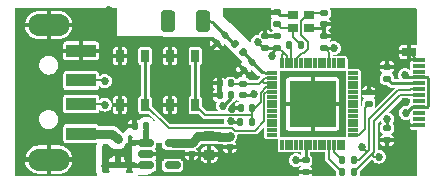
<source format=gbr>
%TF.GenerationSoftware,KiCad,Pcbnew,(6.0.7)*%
%TF.CreationDate,2023-02-09T21:31:31-08:00*%
%TF.ProjectId,ESP_SoC,4553505f-536f-4432-9e6b-696361645f70,rev?*%
%TF.SameCoordinates,Original*%
%TF.FileFunction,Copper,L1,Top*%
%TF.FilePolarity,Positive*%
%FSLAX46Y46*%
G04 Gerber Fmt 4.6, Leading zero omitted, Abs format (unit mm)*
G04 Created by KiCad (PCBNEW (6.0.7)) date 2023-02-09 21:31:31*
%MOMM*%
%LPD*%
G01*
G04 APERTURE LIST*
G04 Aperture macros list*
%AMRoundRect*
0 Rectangle with rounded corners*
0 $1 Rounding radius*
0 $2 $3 $4 $5 $6 $7 $8 $9 X,Y pos of 4 corners*
0 Add a 4 corners polygon primitive as box body*
4,1,4,$2,$3,$4,$5,$6,$7,$8,$9,$2,$3,0*
0 Add four circle primitives for the rounded corners*
1,1,$1+$1,$2,$3*
1,1,$1+$1,$4,$5*
1,1,$1+$1,$6,$7*
1,1,$1+$1,$8,$9*
0 Add four rect primitives between the rounded corners*
20,1,$1+$1,$2,$3,$4,$5,0*
20,1,$1+$1,$4,$5,$6,$7,0*
20,1,$1+$1,$6,$7,$8,$9,0*
20,1,$1+$1,$8,$9,$2,$3,0*%
G04 Aperture macros list end*
%TA.AperFunction,SMDPad,CuDef*%
%ADD10RoundRect,0.140000X0.170000X-0.140000X0.170000X0.140000X-0.170000X0.140000X-0.170000X-0.140000X0*%
%TD*%
%TA.AperFunction,SMDPad,CuDef*%
%ADD11RoundRect,0.135000X-0.135000X-0.185000X0.135000X-0.185000X0.135000X0.185000X-0.135000X0.185000X0*%
%TD*%
%TA.AperFunction,SMDPad,CuDef*%
%ADD12R,2.500000X1.100000*%
%TD*%
%TA.AperFunction,ComponentPad*%
%ADD13O,3.500000X1.900000*%
%TD*%
%TA.AperFunction,SMDPad,CuDef*%
%ADD14RoundRect,0.147500X-0.172500X0.147500X-0.172500X-0.147500X0.172500X-0.147500X0.172500X0.147500X0*%
%TD*%
%TA.AperFunction,SMDPad,CuDef*%
%ADD15RoundRect,0.140000X-0.170000X0.140000X-0.170000X-0.140000X0.170000X-0.140000X0.170000X0.140000X0*%
%TD*%
%TA.AperFunction,SMDPad,CuDef*%
%ADD16RoundRect,0.140000X-0.021213X0.219203X-0.219203X0.021213X0.021213X-0.219203X0.219203X-0.021213X0*%
%TD*%
%TA.AperFunction,SMDPad,CuDef*%
%ADD17RoundRect,0.147500X-0.226274X-0.017678X-0.017678X-0.226274X0.226274X0.017678X0.017678X0.226274X0*%
%TD*%
%TA.AperFunction,SMDPad,CuDef*%
%ADD18RoundRect,0.276000X-0.324000X-0.634000X0.324000X-0.634000X0.324000X0.634000X-0.324000X0.634000X0*%
%TD*%
%TA.AperFunction,SMDPad,CuDef*%
%ADD19RoundRect,0.135000X0.185000X-0.135000X0.185000X0.135000X-0.185000X0.135000X-0.185000X-0.135000X0*%
%TD*%
%TA.AperFunction,SMDPad,CuDef*%
%ADD20RoundRect,0.225000X-0.250000X0.225000X-0.250000X-0.225000X0.250000X-0.225000X0.250000X0.225000X0*%
%TD*%
%TA.AperFunction,SMDPad,CuDef*%
%ADD21RoundRect,0.140000X0.140000X0.170000X-0.140000X0.170000X-0.140000X-0.170000X0.140000X-0.170000X0*%
%TD*%
%TA.AperFunction,SMDPad,CuDef*%
%ADD22R,0.650000X1.050000*%
%TD*%
%TA.AperFunction,SMDPad,CuDef*%
%ADD23R,0.500000X0.500000*%
%TD*%
%TA.AperFunction,SMDPad,CuDef*%
%ADD24R,1.150000X0.700000*%
%TD*%
%TA.AperFunction,SMDPad,CuDef*%
%ADD25R,1.000000X0.380000*%
%TD*%
%TA.AperFunction,SMDPad,CuDef*%
%ADD26RoundRect,0.150000X-0.512500X-0.150000X0.512500X-0.150000X0.512500X0.150000X-0.512500X0.150000X0*%
%TD*%
%TA.AperFunction,SMDPad,CuDef*%
%ADD27RoundRect,0.135000X-0.185000X0.135000X-0.185000X-0.135000X0.185000X-0.135000X0.185000X0.135000X0*%
%TD*%
%TA.AperFunction,SMDPad,CuDef*%
%ADD28R,4.000000X4.000000*%
%TD*%
%TA.AperFunction,SMDPad,CuDef*%
%ADD29RoundRect,0.022000X-0.088000X-0.383000X0.088000X-0.383000X0.088000X0.383000X-0.088000X0.383000X0*%
%TD*%
%TA.AperFunction,SMDPad,CuDef*%
%ADD30RoundRect,0.006600X-0.398400X-0.103400X0.398400X-0.103400X0.398400X0.103400X-0.398400X0.103400X0*%
%TD*%
%TA.AperFunction,SMDPad,CuDef*%
%ADD31R,0.900000X0.800000*%
%TD*%
%TA.AperFunction,ViaPad*%
%ADD32C,0.685800*%
%TD*%
%TA.AperFunction,ViaPad*%
%ADD33C,0.889000*%
%TD*%
%TA.AperFunction,Conductor*%
%ADD34C,0.127000*%
%TD*%
%TA.AperFunction,Conductor*%
%ADD35C,0.293370*%
%TD*%
%TA.AperFunction,Conductor*%
%ADD36C,0.254000*%
%TD*%
%TA.AperFunction,Conductor*%
%ADD37C,0.762000*%
%TD*%
%TA.AperFunction,Conductor*%
%ADD38C,0.154200*%
%TD*%
%TA.AperFunction,Conductor*%
%ADD39C,0.152400*%
%TD*%
G04 APERTURE END LIST*
D10*
%TO.P,C16,2*%
%TO.N,GND*%
X128750000Y-98770000D03*
%TO.P,C16,1*%
%TO.N,VDD*%
X128750000Y-99730000D03*
%TD*%
D11*
%TO.P,R2,2*%
%TO.N,CHIP_PU*%
X118910000Y-101300000D03*
%TO.P,R2,1*%
%TO.N,+3V3*%
X117890000Y-101300000D03*
%TD*%
D12*
%TO.P,J1,1,VBUS*%
%TO.N,Net-(D1-Pad2)*%
X104400000Y-102250000D03*
%TO.P,J1,2,D-*%
%TO.N,USB_D-*%
X104400000Y-99750000D03*
%TO.P,J1,3,D+*%
%TO.N,USB_D+*%
X104400000Y-97750000D03*
%TO.P,J1,4,GND*%
%TO.N,GND*%
X104400000Y-95250000D03*
D13*
%TO.P,J1,5,Shield*%
X101650000Y-104450000D03*
X101650000Y-93050000D03*
%TD*%
D10*
%TO.P,C2,2*%
%TO.N,GND*%
X120000000Y-94020000D03*
%TO.P,C2,1*%
%TO.N,+3V3*%
X120000000Y-94980000D03*
%TD*%
D11*
%TO.P,R4,2*%
%TO.N,USB_D+*%
X127510000Y-104500000D03*
%TO.P,R4,1*%
%TO.N,Net-(R4-Pad1)*%
X126490000Y-104500000D03*
%TD*%
D14*
%TO.P,L2,2*%
%TO.N,+3V3*%
X118100000Y-98985000D03*
%TO.P,L2,1*%
%TO.N,Net-(C5-Pad1)*%
X118100000Y-98015000D03*
%TD*%
D15*
%TO.P,C7,2*%
%TO.N,GND*%
X117000000Y-103380000D03*
%TO.P,C7,1*%
%TO.N,+3V3*%
X117000000Y-102420000D03*
%TD*%
D11*
%TO.P,R3,2*%
%TO.N,USB_D-*%
X127510000Y-105500000D03*
%TO.P,R3,1*%
%TO.N,Net-(R3-Pad1)*%
X126490000Y-105500000D03*
%TD*%
D10*
%TO.P,C9,2*%
%TO.N,GND*%
X125000000Y-94020000D03*
%TO.P,C9,1*%
%TO.N,+3V3*%
X125000000Y-94980000D03*
%TD*%
D15*
%TO.P,C13,2*%
%TO.N,GND*%
X113750000Y-103980000D03*
%TO.P,C13,1*%
%TO.N,+3V3*%
X113750000Y-103020000D03*
%TD*%
D16*
%TO.P,C3,2*%
%TO.N,GND*%
X115910589Y-94589411D03*
%TO.P,C3,1*%
%TO.N,Net-(AE1-Pad1)*%
X116589411Y-93910589D03*
%TD*%
D15*
%TO.P,C15,2*%
%TO.N,GND*%
X125000000Y-92980000D03*
%TO.P,C15,1*%
%TO.N,XTAL_N*%
X125000000Y-92020000D03*
%TD*%
D17*
%TO.P,L1,2*%
%TO.N,LNA_IN*%
X118092947Y-95342947D03*
%TO.P,L1,1*%
%TO.N,Net-(AE1-Pad1)*%
X117407053Y-94657053D03*
%TD*%
D18*
%TO.P,AE1,1*%
%TO.N,Net-(AE1-Pad1)*%
X114710000Y-92750000D03*
%TO.P,AE1,2*%
%TO.N,N/C*%
X111790000Y-92750000D03*
%TD*%
D19*
%TO.P,R5,2*%
%TO.N,GND*%
X130300000Y-96590000D03*
%TO.P,R5,1*%
%TO.N,Net-(P1-PadA5)*%
X130300000Y-97610000D03*
%TD*%
D20*
%TO.P,C8,2*%
%TO.N,GND*%
X115250000Y-104025000D03*
%TO.P,C8,1*%
%TO.N,+3V3*%
X115250000Y-102475000D03*
%TD*%
D21*
%TO.P,C6,1*%
%TO.N,+3V3*%
X117080000Y-99000000D03*
%TO.P,C6,2*%
%TO.N,GND*%
X116120000Y-99000000D03*
%TD*%
D22*
%TO.P,SW2,2,B*%
%TO.N,BOOT*%
X109825000Y-99825000D03*
X109825000Y-95675000D03*
%TO.P,SW2,1,A*%
%TO.N,GND*%
X107675000Y-95675000D03*
X107675000Y-99825000D03*
%TD*%
%TO.P,SW1,2,B*%
%TO.N,CHIP_PU*%
X114075000Y-99825000D03*
X114075000Y-95675000D03*
%TO.P,SW1,1,A*%
%TO.N,GND*%
X111925000Y-99825000D03*
X111925000Y-95675000D03*
%TD*%
D23*
%TO.P,D1,2,A*%
%TO.N,Net-(D1-Pad2)*%
X107500000Y-102700000D03*
%TO.P,D1,1,K*%
%TO.N,+5V*%
X107500000Y-104900000D03*
%TD*%
D15*
%TO.P,C10,2*%
%TO.N,GND*%
X123400000Y-105480000D03*
%TO.P,C10,1*%
%TO.N,+3V3*%
X123400000Y-104520000D03*
%TD*%
D21*
%TO.P,C5,2*%
%TO.N,GND*%
X116120000Y-98000000D03*
%TO.P,C5,1*%
%TO.N,Net-(C5-Pad1)*%
X117080000Y-98000000D03*
%TD*%
D24*
%TO.P,P1,S1,SHIELD*%
%TO.N,GND*%
X132170000Y-95330000D03*
D25*
%TO.P,P1,A12,GND*%
X133010000Y-101500000D03*
%TO.P,P1,A11,RX2+*%
%TO.N,unconnected-(P1-PadA11)*%
X133010000Y-101000000D03*
%TO.P,P1,A10,RX2-*%
%TO.N,unconnected-(P1-PadA10)*%
X133010000Y-100500000D03*
%TO.P,P1,A9,VBUS*%
%TO.N,+5V*%
X133010000Y-100000000D03*
%TO.P,P1,A8,SBU1*%
%TO.N,unconnected-(P1-PadA8)*%
X133010000Y-99500000D03*
%TO.P,P1,A7,D-*%
%TO.N,USB_D-*%
X133010000Y-99000000D03*
%TO.P,P1,A6,D+*%
%TO.N,USB_D+*%
X133010000Y-98500000D03*
%TO.P,P1,A5,CC*%
%TO.N,Net-(P1-PadA5)*%
X133010000Y-98000000D03*
%TO.P,P1,A4,VBUS*%
%TO.N,+5V*%
X133010000Y-97500000D03*
%TO.P,P1,A3,TX1-*%
%TO.N,unconnected-(P1-PadA3)*%
X133010000Y-97000000D03*
%TO.P,P1,A2,TX1+*%
%TO.N,unconnected-(P1-PadA2)*%
X133010000Y-96500000D03*
%TO.P,P1,A1,GND*%
%TO.N,GND*%
X133010000Y-96000000D03*
%TD*%
D26*
%TO.P,U1,5,VOUT*%
%TO.N,+3V3*%
X112137500Y-103050000D03*
%TO.P,U1,4,NC*%
%TO.N,unconnected-(U1-Pad4)*%
X112137500Y-104950000D03*
%TO.P,U1,3,EN*%
%TO.N,+5V*%
X109862500Y-104950000D03*
%TO.P,U1,2,GND*%
%TO.N,GND*%
X109862500Y-104000000D03*
%TO.P,U1,1,VIN*%
%TO.N,+5V*%
X109862500Y-103050000D03*
%TD*%
D21*
%TO.P,C11,2*%
%TO.N,GND*%
X117920000Y-100100000D03*
%TO.P,C11,1*%
%TO.N,CHIP_PU*%
X118880000Y-100100000D03*
%TD*%
D10*
%TO.P,C14,2*%
%TO.N,GND*%
X121000000Y-92000000D03*
%TO.P,C14,1*%
%TO.N,Net-(C14-Pad1)*%
X121000000Y-92960000D03*
%TD*%
%TO.P,C1,2*%
%TO.N,GND*%
X121000000Y-94020000D03*
%TO.P,C1,1*%
%TO.N,+3V3*%
X121000000Y-94980000D03*
%TD*%
D27*
%TO.P,R6,2*%
%TO.N,GND*%
X130300000Y-102810000D03*
%TO.P,R6,1*%
%TO.N,Net-(P1-PadB5)*%
X130300000Y-101790000D03*
%TD*%
D11*
%TO.P,R1,2*%
%TO.N,Net-(C14-Pad1)*%
X123010000Y-94750000D03*
%TO.P,R1,1*%
%TO.N,XTAL_P*%
X121990000Y-94750000D03*
%TD*%
D16*
%TO.P,C4,2*%
%TO.N,GND*%
X118160589Y-96839411D03*
%TO.P,C4,1*%
%TO.N,LNA_IN*%
X118839411Y-96160589D03*
%TD*%
D28*
%TO.P,U2,57,GND*%
%TO.N,GND*%
X124000000Y-99750000D03*
D29*
%TO.P,U2,56,VDDA2*%
%TO.N,+3V3*%
X121400000Y-96305000D03*
%TO.P,U2,55,VDDA1*%
X121800000Y-96305000D03*
%TO.P,U2,54,XTAL_P*%
%TO.N,XTAL_P*%
X122200000Y-96305000D03*
%TO.P,U2,53,XTAL_N*%
%TO.N,XTAL_N*%
X122600000Y-96305000D03*
%TO.P,U2,52,GPIO46*%
%TO.N,unconnected-(U2-Pad52)*%
X123000000Y-96305000D03*
%TO.P,U2,51,GPIO45*%
%TO.N,unconnected-(U2-Pad51)*%
X123400000Y-96305000D03*
%TO.P,U2,50,U0RXD*%
%TO.N,unconnected-(U2-Pad50)*%
X123800000Y-96305000D03*
%TO.P,U2,49,U0TXD*%
%TO.N,unconnected-(U2-Pad49)*%
X124200000Y-96305000D03*
%TO.P,U2,48,MTMS*%
%TO.N,unconnected-(U2-Pad48)*%
X124600000Y-96305000D03*
%TO.P,U2,47,MTDI*%
%TO.N,unconnected-(U2-Pad47)*%
X125000000Y-96305000D03*
%TO.P,U2,46,VDD3P3_CPU*%
%TO.N,+3V3*%
X125400000Y-96305000D03*
%TO.P,U2,45,MTDO*%
%TO.N,unconnected-(U2-Pad45)*%
X125800000Y-96305000D03*
%TO.P,U2,44,MTCK*%
%TO.N,unconnected-(U2-Pad44)*%
X126200000Y-96305000D03*
%TO.P,U2,43,GPIO38*%
%TO.N,unconnected-(U2-Pad43)*%
X126600000Y-96305000D03*
D30*
%TO.P,U2,42,GPIO37*%
%TO.N,unconnected-(U2-Pad42)*%
X127445000Y-97150000D03*
%TO.P,U2,41,GPIO36*%
%TO.N,unconnected-(U2-Pad41)*%
X127445000Y-97550000D03*
%TO.P,U2,40,GPIO35*%
%TO.N,unconnected-(U2-Pad40)*%
X127445000Y-97950000D03*
%TO.P,U2,39,GPIO34*%
%TO.N,unconnected-(U2-Pad39)*%
X127445000Y-98350000D03*
%TO.P,U2,38,GPIO33*%
%TO.N,unconnected-(U2-Pad38)*%
X127445000Y-98750000D03*
%TO.P,U2,37,SPICLK_P*%
%TO.N,unconnected-(U2-Pad37)*%
X127445000Y-99150000D03*
%TO.P,U2,36,SPICLK_N*%
%TO.N,unconnected-(U2-Pad36)*%
X127445000Y-99550000D03*
%TO.P,U2,35,SPID*%
%TO.N,unconnected-(U2-Pad35)*%
X127445000Y-99950000D03*
%TO.P,U2,34,SPIQ*%
%TO.N,unconnected-(U2-Pad34)*%
X127445000Y-100350000D03*
%TO.P,U2,33,SPICLK*%
%TO.N,unconnected-(U2-Pad33)*%
X127445000Y-100750000D03*
%TO.P,U2,32,SPICS0*%
%TO.N,unconnected-(U2-Pad32)*%
X127445000Y-101150000D03*
%TO.P,U2,31,SPIWP*%
%TO.N,unconnected-(U2-Pad31)*%
X127445000Y-101550000D03*
%TO.P,U2,30,SPIHD*%
%TO.N,unconnected-(U2-Pad30)*%
X127445000Y-101950000D03*
%TO.P,U2,29,VDD_SPI*%
%TO.N,VDD*%
X127445000Y-102350000D03*
D29*
%TO.P,U2,28,SPICS1*%
%TO.N,unconnected-(U2-Pad28)*%
X126600000Y-103195000D03*
%TO.P,U2,27,GPIO21*%
%TO.N,unconnected-(U2-Pad27)*%
X126200000Y-103195000D03*
%TO.P,U2,26,GPIO20*%
%TO.N,Net-(R4-Pad1)*%
X125800000Y-103195000D03*
%TO.P,U2,25,GPIO19*%
%TO.N,Net-(R3-Pad1)*%
X125400000Y-103195000D03*
%TO.P,U2,24,GPIO18*%
%TO.N,unconnected-(U2-Pad24)*%
X125000000Y-103195000D03*
%TO.P,U2,23,GPIO17*%
%TO.N,unconnected-(U2-Pad23)*%
X124600000Y-103195000D03*
%TO.P,U2,22,XTAL_32K_N*%
%TO.N,unconnected-(U2-Pad22)*%
X124200000Y-103195000D03*
%TO.P,U2,21,XTAL_32K_P*%
%TO.N,unconnected-(U2-Pad21)*%
X123800000Y-103195000D03*
%TO.P,U2,20,VDD3P3_RTC*%
%TO.N,+3V3*%
X123400000Y-103195000D03*
%TO.P,U2,19,GPIO14*%
%TO.N,unconnected-(U2-Pad19)*%
X123000000Y-103195000D03*
%TO.P,U2,18,GPIO13*%
%TO.N,unconnected-(U2-Pad18)*%
X122600000Y-103195000D03*
%TO.P,U2,17,GPIO12*%
%TO.N,unconnected-(U2-Pad17)*%
X122200000Y-103195000D03*
%TO.P,U2,16,GPIO11*%
%TO.N,unconnected-(U2-Pad16)*%
X121800000Y-103195000D03*
%TO.P,U2,15,GPIO10*%
%TO.N,unconnected-(U2-Pad15)*%
X121400000Y-103195000D03*
D30*
%TO.P,U2,14,GPIO9*%
%TO.N,unconnected-(U2-Pad14)*%
X120555000Y-102350000D03*
%TO.P,U2,13,GPIO8*%
%TO.N,unconnected-(U2-Pad13)*%
X120555000Y-101950000D03*
%TO.P,U2,12,GPIO7*%
%TO.N,unconnected-(U2-Pad12)*%
X120555000Y-101550000D03*
%TO.P,U2,11,GPIO6*%
%TO.N,unconnected-(U2-Pad11)*%
X120555000Y-101150000D03*
%TO.P,U2,10,GPIO5*%
%TO.N,unconnected-(U2-Pad10)*%
X120555000Y-100750000D03*
%TO.P,U2,9,GPIO4*%
%TO.N,unconnected-(U2-Pad9)*%
X120555000Y-100350000D03*
%TO.P,U2,8,GPIO3*%
%TO.N,unconnected-(U2-Pad8)*%
X120555000Y-99950000D03*
%TO.P,U2,7,GPIO2*%
%TO.N,unconnected-(U2-Pad7)*%
X120555000Y-99550000D03*
%TO.P,U2,6,GPIO1*%
%TO.N,unconnected-(U2-Pad6)*%
X120555000Y-99150000D03*
%TO.P,U2,5,GPIO0*%
%TO.N,BOOT*%
X120555000Y-98750000D03*
%TO.P,U2,4,CHIP_PU*%
%TO.N,CHIP_PU*%
X120555000Y-98350000D03*
%TO.P,U2,3,VDD3P3*%
%TO.N,Net-(C5-Pad1)*%
X120555000Y-97950000D03*
%TO.P,U2,2,VDD3P3*%
X120555000Y-97550000D03*
%TO.P,U2,1,LNA_IN*%
%TO.N,LNA_IN*%
X120555000Y-97150000D03*
%TD*%
D31*
%TO.P,Y1,4,4*%
%TO.N,GND*%
X122300000Y-92200000D03*
%TO.P,Y1,3,3*%
%TO.N,XTAL_N*%
X123700000Y-92200000D03*
%TO.P,Y1,2,2*%
%TO.N,GND*%
X123700000Y-93300000D03*
%TO.P,Y1,1,1*%
%TO.N,Net-(C14-Pad1)*%
X122300000Y-93300000D03*
%TD*%
D21*
%TO.P,C12,2*%
%TO.N,GND*%
X108920000Y-101600000D03*
%TO.P,C12,1*%
%TO.N,+5V*%
X109880000Y-101600000D03*
%TD*%
D32*
%TO.N,+3V3*%
X125800000Y-95000000D03*
X116100000Y-102500000D03*
X116400000Y-99900000D03*
X119337156Y-94518432D03*
X122600000Y-104500000D03*
X119000000Y-98900000D03*
X114295000Y-102475000D03*
X120600000Y-95700000D03*
X117100000Y-101226500D03*
%TO.N,GND*%
X117700000Y-92800000D03*
X106800000Y-92700000D03*
X117178019Y-100133500D03*
X104700000Y-104500000D03*
D33*
X122750000Y-98500000D03*
D32*
X111000000Y-104000000D03*
X130400000Y-94500000D03*
X127400000Y-94500000D03*
X106800000Y-91800000D03*
X112800000Y-94500000D03*
D33*
X124000000Y-99750000D03*
D32*
X106800000Y-93600000D03*
X107800000Y-94500000D03*
D33*
X122750000Y-101000000D03*
D32*
X107700000Y-101100000D03*
X117400000Y-96100000D03*
X130400000Y-92300000D03*
X127400000Y-92300000D03*
X113000000Y-97800000D03*
X115300000Y-99900000D03*
D33*
X124000000Y-98500000D03*
D32*
X113800000Y-94500000D03*
X117000000Y-92100000D03*
X109800000Y-94500000D03*
X114800000Y-94500000D03*
X118700000Y-102700000D03*
D33*
X124000000Y-101000000D03*
D32*
X118800000Y-97400000D03*
X108800000Y-94500000D03*
D33*
X125250000Y-98500000D03*
D32*
X106800000Y-94500000D03*
D33*
X122750000Y-99750000D03*
X125250000Y-101000000D03*
D32*
X111800000Y-94500000D03*
X129750000Y-98750000D03*
X118400000Y-93500000D03*
D33*
X125250000Y-99750000D03*
D32*
X108800000Y-97800000D03*
X113000000Y-101100000D03*
X116700000Y-95400000D03*
X129000000Y-96700000D03*
X110800000Y-94500000D03*
X130700000Y-103800000D03*
%TO.N,+5V*%
X108400000Y-103400000D03*
X131800000Y-97300000D03*
X106400000Y-105000000D03*
X131900000Y-100500000D03*
X108400000Y-104400000D03*
%TO.N,USB_D-*%
X106400000Y-99800000D03*
X129600000Y-104200000D03*
%TO.N,USB_D+*%
X128200000Y-103400000D03*
X106400000Y-97800000D03*
%TO.N,Net-(P1-PadB5)*%
X130300000Y-101000000D03*
%TD*%
D34*
%TO.N,VDD*%
X128400000Y-101850000D02*
X127900000Y-102350000D01*
X128400000Y-100080000D02*
X128400000Y-101850000D01*
X127900000Y-102350000D02*
X127445000Y-102350000D01*
X128750000Y-99730000D02*
X128400000Y-100080000D01*
D35*
%TO.N,LNA_IN*%
X119994507Y-97149994D02*
G75*
G02*
X119711665Y-97032841I-7J399994D01*
G01*
%TO.N,Net-(AE1-Pad1)*%
X115545962Y-92867176D02*
G75*
G03*
X115263137Y-92750000I-282862J-282824D01*
G01*
D36*
%TO.N,+3V3*%
X120000000Y-94980000D02*
X121000000Y-94980000D01*
X125000000Y-94980000D02*
X125780000Y-94980000D01*
D37*
X116920000Y-102500000D02*
X117000000Y-102420000D01*
X116100000Y-102500000D02*
X116920000Y-102500000D01*
D38*
X121400000Y-96305000D02*
X121400000Y-95600000D01*
D36*
X119798724Y-94980000D02*
X119337156Y-94518432D01*
X118915000Y-98985000D02*
X119000000Y-98900000D01*
X120600000Y-95700000D02*
X120600000Y-95380000D01*
D37*
X116075000Y-102475000D02*
X116100000Y-102500000D01*
D36*
X125780000Y-94980000D02*
X125800000Y-95000000D01*
X123400000Y-103195000D02*
X123400000Y-104520000D01*
X123380000Y-104500000D02*
X123400000Y-104520000D01*
D38*
X125400000Y-96305000D02*
X125400000Y-95380000D01*
D36*
X122600000Y-104500000D02*
X123380000Y-104500000D01*
X116400000Y-99900000D02*
X117080000Y-99220000D01*
D35*
X117173500Y-101300000D02*
X117100000Y-101226500D01*
D38*
X121400000Y-95600000D02*
X121550000Y-95450000D01*
X121080000Y-94980000D02*
X121000000Y-94980000D01*
D37*
X112137500Y-103050000D02*
X113720000Y-103050000D01*
D38*
X125400000Y-95380000D02*
X125000000Y-94980000D01*
D37*
X113720000Y-103050000D02*
X113750000Y-103020000D01*
X114295000Y-102475000D02*
X113750000Y-103020000D01*
D35*
X117890000Y-101300000D02*
X117173500Y-101300000D01*
D36*
X117080000Y-99220000D02*
X117080000Y-99000000D01*
D37*
X115250000Y-102475000D02*
X116075000Y-102475000D01*
D38*
X121550000Y-95450000D02*
X121080000Y-94980000D01*
D37*
X115250000Y-102475000D02*
X114295000Y-102475000D01*
D38*
X121800000Y-95700000D02*
X121550000Y-95450000D01*
X121800000Y-96305000D02*
X121800000Y-95700000D01*
D36*
X120000000Y-94980000D02*
X119798724Y-94980000D01*
X120600000Y-95380000D02*
X121000000Y-94980000D01*
X118100000Y-98985000D02*
X118915000Y-98985000D01*
%TO.N,GND*%
X121200000Y-92200000D02*
X121000000Y-92000000D01*
D38*
X132840000Y-96000000D02*
X132170000Y-95330000D01*
D36*
X123700000Y-93300000D02*
X124680000Y-93300000D01*
X124680000Y-93300000D02*
X125000000Y-92980000D01*
X109862500Y-104000000D02*
X111000000Y-104000000D01*
X117920000Y-100100000D02*
X117211519Y-100100000D01*
X122300000Y-92200000D02*
X121200000Y-92200000D01*
D38*
X133010000Y-96000000D02*
X132840000Y-96000000D01*
D36*
X117211519Y-100100000D02*
X117178019Y-100133500D01*
D35*
%TO.N,LNA_IN*%
X119711664Y-97032842D02*
X118839411Y-96160589D01*
X118839411Y-96089411D02*
X118092947Y-95342947D01*
X120555000Y-97150000D02*
X119994507Y-97150000D01*
X118839411Y-96160589D02*
X118839411Y-96089411D01*
D38*
%TO.N,Net-(C5-Pad1)*%
X117095000Y-98015000D02*
X117080000Y-98000000D01*
X119485000Y-98015000D02*
X118100000Y-98015000D01*
X119850000Y-97950000D02*
X119700000Y-97800000D01*
X119950000Y-97550000D02*
X119700000Y-97800000D01*
X118100000Y-98015000D02*
X117095000Y-98015000D01*
X119700000Y-97800000D02*
X119485000Y-98015000D01*
X120555000Y-97550000D02*
X119950000Y-97550000D01*
X120555000Y-97950000D02*
X119850000Y-97950000D01*
%TO.N,CHIP_PU*%
X118880000Y-100680000D02*
X118880000Y-101270000D01*
X114930000Y-100680000D02*
X114075000Y-99825000D01*
D36*
X114075000Y-95675000D02*
X114075000Y-99825000D01*
D38*
X118880000Y-101270000D02*
X118910000Y-101300000D01*
X119100000Y-100100000D02*
X118880000Y-100100000D01*
X119600000Y-98800000D02*
X119600000Y-99600000D01*
X119600000Y-99600000D02*
X119100000Y-100100000D01*
X118880000Y-100100000D02*
X118880000Y-100680000D01*
X120050000Y-98350000D02*
X119600000Y-98800000D01*
X120555000Y-98350000D02*
X120050000Y-98350000D01*
X118880000Y-100680000D02*
X114930000Y-100680000D01*
D36*
%TO.N,+5V*%
X132000000Y-97500000D02*
X131800000Y-97300000D01*
X133708000Y-97500000D02*
X133764000Y-97556000D01*
X133010000Y-97500000D02*
X132000000Y-97500000D01*
X132400000Y-100000000D02*
X133010000Y-100000000D01*
X131900000Y-100500000D02*
X132400000Y-100000000D01*
X133708000Y-100000000D02*
X133010000Y-100000000D01*
X133010000Y-97500000D02*
X133708000Y-97500000D01*
X133764000Y-99944000D02*
X133708000Y-100000000D01*
X133764000Y-97556000D02*
X133764000Y-99944000D01*
D38*
%TO.N,Net-(C14-Pad1)*%
X122300000Y-93300000D02*
X121340000Y-93300000D01*
X122300000Y-94040000D02*
X122300000Y-93300000D01*
X123010000Y-94750000D02*
X122300000Y-94040000D01*
X121340000Y-93300000D02*
X121000000Y-92960000D01*
D39*
%TO.N,XTAL_N*%
X123300000Y-95400000D02*
X123115519Y-95400000D01*
X123543600Y-92200000D02*
X123000000Y-92743600D01*
X123880000Y-92020000D02*
X123700000Y-92200000D01*
X123600000Y-94500000D02*
X123600000Y-95100000D01*
X122600000Y-95915519D02*
X122600000Y-96305000D01*
X125000000Y-92020000D02*
X123880000Y-92020000D01*
X123600000Y-95100000D02*
X123300000Y-95400000D01*
X123115519Y-95400000D02*
X122600000Y-95915519D01*
X123700000Y-92200000D02*
X123543600Y-92200000D01*
X123000000Y-92743600D02*
X123000000Y-93900000D01*
X123000000Y-93900000D02*
X123600000Y-94500000D01*
%TO.N,USB_D-*%
X131434170Y-98953200D02*
X129200000Y-101187370D01*
X133010000Y-99000000D02*
X132259999Y-99000000D01*
X129005000Y-104005000D02*
X127510000Y-105500000D01*
X129200000Y-103810000D02*
X129005000Y-104005000D01*
X129200000Y-101187370D02*
X129200000Y-103810000D01*
X132213199Y-98953200D02*
X131434170Y-98953200D01*
D38*
X129005000Y-104005000D02*
X129200000Y-104200000D01*
X106350000Y-99750000D02*
X106400000Y-99800000D01*
X129200000Y-104200000D02*
X129600000Y-104200000D01*
D39*
X132259999Y-99000000D02*
X132213199Y-98953200D01*
D38*
X104400000Y-99750000D02*
X106350000Y-99750000D01*
D39*
%TO.N,USB_D+*%
X131265830Y-98546800D02*
X128800000Y-101012630D01*
D38*
X106350000Y-97750000D02*
X104400000Y-97750000D01*
D39*
X128617632Y-103817632D02*
X127935263Y-104500000D01*
X133010000Y-98500000D02*
X132259999Y-98500000D01*
X132259999Y-98500000D02*
X132213199Y-98546800D01*
X132213199Y-98546800D02*
X131265830Y-98546800D01*
X128800000Y-102400000D02*
X128800000Y-103635263D01*
X127935263Y-104500000D02*
X127510000Y-104500000D01*
X128800000Y-103635263D02*
X128617632Y-103817632D01*
D38*
X128617632Y-103817632D02*
X128200000Y-103400000D01*
D39*
X128800000Y-101012630D02*
X128800000Y-102400000D01*
D38*
X106400000Y-97800000D02*
X106350000Y-97750000D01*
D36*
%TO.N,Net-(P1-PadA5)*%
X133010000Y-98000000D02*
X130690000Y-98000000D01*
X130690000Y-98000000D02*
X130300000Y-97610000D01*
%TO.N,Net-(P1-PadB5)*%
X130300000Y-101790000D02*
X130300000Y-101000000D01*
D39*
%TO.N,XTAL_P*%
X122200000Y-94960000D02*
X121990000Y-94750000D01*
X122200000Y-96305000D02*
X122200000Y-94960000D01*
D38*
%TO.N,Net-(R3-Pad1)*%
X125400000Y-104410000D02*
X126490000Y-105500000D01*
X125400000Y-103195000D02*
X125400000Y-104410000D01*
%TO.N,Net-(R4-Pad1)*%
X125800000Y-103810000D02*
X126490000Y-104500000D01*
X125800000Y-103195000D02*
X125800000Y-103810000D01*
D36*
%TO.N,BOOT*%
X109825000Y-99825000D02*
X109825000Y-95675000D01*
D38*
X111800000Y-101800000D02*
X109825000Y-99825000D01*
X119100000Y-102000000D02*
X117407456Y-102000000D01*
X119881200Y-101218800D02*
X119100000Y-102000000D01*
X119881200Y-98918800D02*
X119881200Y-101218800D01*
X120050000Y-98750000D02*
X119881200Y-98918800D01*
X120555000Y-98750000D02*
X120050000Y-98750000D01*
X117207456Y-101800000D02*
X111800000Y-101800000D01*
X117407456Y-102000000D02*
X117207456Y-101800000D01*
D35*
%TO.N,Net-(AE1-Pad1)*%
X117335875Y-94657053D02*
X116589411Y-93910589D01*
X114710000Y-92750000D02*
X115263137Y-92750000D01*
X115545980Y-92867158D02*
X116589411Y-93910589D01*
X117407053Y-94657053D02*
X117335875Y-94657053D01*
D37*
%TO.N,Net-(D1-Pad2)*%
X104400000Y-102250000D02*
X107050000Y-102250000D01*
X107050000Y-102250000D02*
X107500000Y-102700000D01*
%TD*%
%TA.AperFunction,Conductor*%
%TO.N,+5V*%
G36*
X110076121Y-101366002D02*
G01*
X110122614Y-101419658D01*
X110134000Y-101472000D01*
X110134000Y-102398602D01*
X110124121Y-102432248D01*
X110125007Y-102432441D01*
X110116500Y-102471548D01*
X110116500Y-103065500D01*
X110096498Y-103133621D01*
X110042842Y-103180114D01*
X109990500Y-103191500D01*
X109283498Y-103191500D01*
X109281050Y-103191693D01*
X109281042Y-103191693D01*
X109252579Y-103193933D01*
X109252574Y-103193934D01*
X109246169Y-103194438D01*
X109146231Y-103223472D01*
X109094012Y-103238643D01*
X109094010Y-103238644D01*
X109086399Y-103240855D01*
X109079572Y-103244892D01*
X109079573Y-103244892D01*
X109009297Y-103286453D01*
X108945158Y-103304000D01*
X108713122Y-103304000D01*
X108699591Y-103307973D01*
X108698456Y-103315871D01*
X108739107Y-103455790D01*
X108747128Y-103474326D01*
X108755824Y-103544788D01*
X108747128Y-103574404D01*
X108744889Y-103579577D01*
X108740855Y-103586399D01*
X108694438Y-103746169D01*
X108691500Y-103783498D01*
X108691500Y-104216502D01*
X108694438Y-104253831D01*
X108740855Y-104413601D01*
X108744889Y-104420423D01*
X108747128Y-104425596D01*
X108755824Y-104496058D01*
X108747128Y-104525674D01*
X108739107Y-104544210D01*
X108700061Y-104678605D01*
X108700101Y-104692706D01*
X108707370Y-104696000D01*
X108945158Y-104696000D01*
X109009297Y-104713547D01*
X109086399Y-104759145D01*
X109094010Y-104761356D01*
X109094012Y-104761357D01*
X109102604Y-104763853D01*
X109246169Y-104805562D01*
X109252574Y-104806066D01*
X109252579Y-104806067D01*
X109281042Y-104808307D01*
X109281050Y-104808307D01*
X109283498Y-104808500D01*
X109990500Y-104808500D01*
X110058621Y-104828502D01*
X110105114Y-104882158D01*
X110116500Y-104934500D01*
X110116500Y-105078000D01*
X110096498Y-105146121D01*
X110042842Y-105192614D01*
X109990500Y-105204000D01*
X108713122Y-105204000D01*
X108699591Y-105207973D01*
X108698456Y-105215871D01*
X108739107Y-105355790D01*
X108745352Y-105370221D01*
X108763768Y-105401361D01*
X108781227Y-105470177D01*
X108758710Y-105537509D01*
X108703366Y-105581978D01*
X108655314Y-105591500D01*
X108304572Y-105591500D01*
X108236451Y-105571498D01*
X108189958Y-105517842D01*
X108179854Y-105447568D01*
X108194052Y-105404992D01*
X108203321Y-105388061D01*
X108248478Y-105267606D01*
X108252105Y-105252351D01*
X108257631Y-105201486D01*
X108258000Y-105194672D01*
X108258000Y-105168115D01*
X108253525Y-105152876D01*
X108252135Y-105151671D01*
X108244452Y-105150000D01*
X106760116Y-105150000D01*
X106744877Y-105154475D01*
X106743672Y-105155865D01*
X106742001Y-105163548D01*
X106742001Y-105194669D01*
X106742371Y-105201490D01*
X106747895Y-105252352D01*
X106751521Y-105267604D01*
X106796679Y-105388061D01*
X106805948Y-105404992D01*
X106821117Y-105474349D01*
X106796380Y-105540897D01*
X106739592Y-105583507D01*
X106695428Y-105591500D01*
X106326000Y-105591500D01*
X106257879Y-105571498D01*
X106211386Y-105517842D01*
X106200000Y-105465500D01*
X106200000Y-104631885D01*
X106742000Y-104631885D01*
X106746475Y-104647124D01*
X106747865Y-104648329D01*
X106755548Y-104650000D01*
X107231885Y-104650000D01*
X107247124Y-104645525D01*
X107248329Y-104644135D01*
X107250000Y-104636452D01*
X107250000Y-104631885D01*
X107750000Y-104631885D01*
X107754475Y-104647124D01*
X107755865Y-104648329D01*
X107763548Y-104650000D01*
X108239884Y-104650000D01*
X108255123Y-104645525D01*
X108256328Y-104644135D01*
X108257999Y-104636452D01*
X108257999Y-104605331D01*
X108257629Y-104598510D01*
X108252105Y-104547648D01*
X108248479Y-104532396D01*
X108203324Y-104411946D01*
X108194786Y-104396351D01*
X108118285Y-104294276D01*
X108105724Y-104281715D01*
X108003649Y-104205214D01*
X107988054Y-104196676D01*
X107867606Y-104151522D01*
X107852351Y-104147895D01*
X107801486Y-104142369D01*
X107794672Y-104142000D01*
X107768115Y-104142000D01*
X107752876Y-104146475D01*
X107751671Y-104147865D01*
X107750000Y-104155548D01*
X107750000Y-104631885D01*
X107250000Y-104631885D01*
X107250000Y-104160116D01*
X107245525Y-104144877D01*
X107244135Y-104143672D01*
X107236452Y-104142001D01*
X107205331Y-104142001D01*
X107198510Y-104142371D01*
X107147648Y-104147895D01*
X107132396Y-104151521D01*
X107011946Y-104196676D01*
X106996351Y-104205214D01*
X106894276Y-104281715D01*
X106881715Y-104294276D01*
X106805214Y-104396351D01*
X106796676Y-104411946D01*
X106751522Y-104532394D01*
X106747895Y-104547649D01*
X106742369Y-104598514D01*
X106742000Y-104605328D01*
X106742000Y-104631885D01*
X106200000Y-104631885D01*
X106200000Y-103265500D01*
X106220002Y-103197379D01*
X106273658Y-103150886D01*
X106326000Y-103139500D01*
X106629367Y-103139500D01*
X106697488Y-103159502D01*
X106718462Y-103176405D01*
X106903994Y-103361937D01*
X106906569Y-103364022D01*
X107007742Y-103445951D01*
X107007746Y-103445953D01*
X107012875Y-103450107D01*
X107179475Y-103534994D01*
X107185848Y-103536702D01*
X107185849Y-103536702D01*
X107353709Y-103581680D01*
X107353713Y-103581681D01*
X107360085Y-103583388D01*
X107366677Y-103583733D01*
X107366680Y-103583734D01*
X107540218Y-103592829D01*
X107540223Y-103592829D01*
X107546810Y-103593174D01*
X107553325Y-103592142D01*
X107553327Y-103592142D01*
X107613627Y-103582591D01*
X107731488Y-103563924D01*
X107737647Y-103561560D01*
X107737650Y-103561559D01*
X107899886Y-103499282D01*
X107899888Y-103499281D01*
X107906049Y-103496916D01*
X108062864Y-103395079D01*
X108195079Y-103262864D01*
X108296916Y-103106049D01*
X108311877Y-103067075D01*
X108361559Y-102937650D01*
X108361560Y-102937647D01*
X108363924Y-102931488D01*
X108393174Y-102746810D01*
X108387041Y-102629775D01*
X108383734Y-102566680D01*
X108383733Y-102566677D01*
X108383388Y-102560085D01*
X108374434Y-102526668D01*
X108376122Y-102455691D01*
X108415916Y-102396895D01*
X108481180Y-102368946D01*
X108531292Y-102373058D01*
X108619217Y-102398602D01*
X108677631Y-102415573D01*
X108677634Y-102415574D01*
X108677745Y-102415606D01*
X108677739Y-102415627D01*
X108739010Y-102446463D01*
X108775104Y-102507599D01*
X108772416Y-102578545D01*
X108761405Y-102602633D01*
X108745354Y-102629775D01*
X108739107Y-102644210D01*
X108700061Y-102778605D01*
X108700101Y-102792706D01*
X108707370Y-102796000D01*
X109590385Y-102796000D01*
X109605624Y-102791525D01*
X109606829Y-102790135D01*
X109608500Y-102782452D01*
X109608500Y-102261398D01*
X109618379Y-102227752D01*
X109617493Y-102227559D01*
X109626000Y-102188452D01*
X109626000Y-102121379D01*
X109643546Y-102057240D01*
X109655859Y-102036420D01*
X109655859Y-102036419D01*
X109659894Y-102029597D01*
X109705606Y-101872254D01*
X109706118Y-101865756D01*
X109708307Y-101837940D01*
X109708307Y-101837932D01*
X109708500Y-101835484D01*
X109708500Y-101472000D01*
X109728502Y-101403879D01*
X109782158Y-101357386D01*
X109834500Y-101346000D01*
X110008000Y-101346000D01*
X110076121Y-101366002D01*
G37*
%TD.AperFunction*%
%TD*%
%TA.AperFunction,Conductor*%
%TO.N,GND*%
G36*
X132094413Y-99282884D02*
G01*
X132119799Y-99300659D01*
X132121191Y-99301032D01*
X132121193Y-99301033D01*
X132131803Y-99303876D01*
X132135778Y-99305522D01*
X132146537Y-99311734D01*
X132147959Y-99311985D01*
X132147960Y-99311985D01*
X132188500Y-99319133D01*
X132189906Y-99319444D01*
X132227663Y-99329561D01*
X132231085Y-99330478D01*
X132241562Y-99329561D01*
X132253606Y-99333358D01*
X132259437Y-99344559D01*
X132259500Y-99345998D01*
X132259500Y-99636988D01*
X132254667Y-99648655D01*
X132250837Y-99651508D01*
X132228905Y-99663342D01*
X132228212Y-99663695D01*
X132198613Y-99677908D01*
X132179934Y-99686877D01*
X132175685Y-99690450D01*
X132173901Y-99692234D01*
X132170069Y-99695088D01*
X132166630Y-99696943D01*
X132166628Y-99696945D01*
X132165428Y-99697592D01*
X132164071Y-99699060D01*
X132127567Y-99738550D01*
X132127118Y-99739017D01*
X131962887Y-99903248D01*
X131951220Y-99908081D01*
X131949067Y-99907940D01*
X131900000Y-99901480D01*
X131898929Y-99901621D01*
X131746160Y-99921733D01*
X131746157Y-99921734D01*
X131745092Y-99921874D01*
X131744095Y-99922287D01*
X131667919Y-99953840D01*
X131600740Y-99981666D01*
X131599880Y-99982326D01*
X131599878Y-99982327D01*
X131497755Y-100060689D01*
X131476782Y-100076782D01*
X131476126Y-100077637D01*
X131382802Y-100199260D01*
X131381666Y-100200740D01*
X131381250Y-100201743D01*
X131381250Y-100201744D01*
X131340247Y-100300735D01*
X131321874Y-100345092D01*
X131321734Y-100346157D01*
X131321733Y-100346160D01*
X131308596Y-100445950D01*
X131301480Y-100500000D01*
X131301621Y-100501071D01*
X131317554Y-100622092D01*
X131321874Y-100654908D01*
X131322287Y-100655905D01*
X131381055Y-100797784D01*
X131381666Y-100799260D01*
X131382326Y-100800120D01*
X131382327Y-100800122D01*
X131451941Y-100890845D01*
X131476782Y-100923218D01*
X131492855Y-100935551D01*
X131599878Y-101017673D01*
X131599880Y-101017674D01*
X131600740Y-101018334D01*
X131601743Y-101018750D01*
X131601744Y-101018750D01*
X131665828Y-101045294D01*
X131745092Y-101078126D01*
X131746157Y-101078266D01*
X131746160Y-101078267D01*
X131898929Y-101098379D01*
X131900000Y-101098520D01*
X131901071Y-101098379D01*
X132053840Y-101078267D01*
X132053843Y-101078266D01*
X132054908Y-101078126D01*
X132134172Y-101045294D01*
X132198256Y-101018750D01*
X132198257Y-101018750D01*
X132199260Y-101018334D01*
X132200120Y-101017674D01*
X132200122Y-101017673D01*
X132232955Y-100992479D01*
X132245154Y-100989210D01*
X132256090Y-100995524D01*
X132259500Y-101005569D01*
X132259500Y-101214674D01*
X132265452Y-101244592D01*
X132266142Y-101248063D01*
X132266142Y-101254501D01*
X132260159Y-101284577D01*
X132260000Y-101286191D01*
X132260000Y-101321717D01*
X132260962Y-101324038D01*
X132263283Y-101325000D01*
X132290111Y-101325000D01*
X132301778Y-101329833D01*
X132303828Y-101332330D01*
X132329399Y-101370601D01*
X132412260Y-101425966D01*
X132485326Y-101440500D01*
X133168500Y-101440500D01*
X133180167Y-101445333D01*
X133185000Y-101457000D01*
X133185000Y-101562801D01*
X133180167Y-101574468D01*
X133173952Y-101578374D01*
X133109636Y-101600879D01*
X133108856Y-101601369D01*
X133108854Y-101601370D01*
X133049614Y-101638593D01*
X133004597Y-101666879D01*
X133001309Y-101670167D01*
X132989642Y-101675000D01*
X132263283Y-101675000D01*
X132260962Y-101675962D01*
X132260000Y-101678283D01*
X132260000Y-101713809D01*
X132260159Y-101715423D01*
X132274188Y-101785950D01*
X132275409Y-101788898D01*
X132328858Y-101868890D01*
X132331110Y-101871142D01*
X132411102Y-101924591D01*
X132414050Y-101925812D01*
X132484577Y-101939841D01*
X132486191Y-101940000D01*
X132799504Y-101940000D01*
X132811171Y-101944833D01*
X132816004Y-101956500D01*
X132815078Y-101961948D01*
X132809907Y-101976727D01*
X132803081Y-102037309D01*
X132797957Y-102082782D01*
X132797744Y-102084153D01*
X132794592Y-102100000D01*
X132794909Y-102101594D01*
X132799183Y-102123080D01*
X132799500Y-102126299D01*
X132799500Y-105833000D01*
X132794667Y-105844667D01*
X132783000Y-105849500D01*
X128020141Y-105849500D01*
X128008474Y-105844667D01*
X128003641Y-105833000D01*
X128005317Y-105825754D01*
X128018978Y-105797808D01*
X128018978Y-105797807D01*
X128019541Y-105796656D01*
X128029096Y-105731157D01*
X128030413Y-105722133D01*
X128030413Y-105722130D01*
X128030500Y-105721535D01*
X128030499Y-105448359D01*
X128035332Y-105436692D01*
X128996888Y-104475136D01*
X129008555Y-104470303D01*
X129016805Y-104472514D01*
X129023196Y-104476204D01*
X129024410Y-104476977D01*
X129029132Y-104480283D01*
X129059414Y-104501487D01*
X129060806Y-104501860D01*
X129060808Y-104501861D01*
X129071456Y-104504714D01*
X129075430Y-104506360D01*
X129086226Y-104512593D01*
X129087648Y-104512844D01*
X129089004Y-104513337D01*
X129088754Y-104514023D01*
X129096690Y-104518840D01*
X129176122Y-104622359D01*
X129176126Y-104622363D01*
X129176782Y-104623218D01*
X129183383Y-104628283D01*
X129299878Y-104717673D01*
X129299880Y-104717674D01*
X129300740Y-104718334D01*
X129301743Y-104718750D01*
X129301744Y-104718750D01*
X129316833Y-104725000D01*
X129445092Y-104778126D01*
X129446157Y-104778266D01*
X129446160Y-104778267D01*
X129598929Y-104798379D01*
X129600000Y-104798520D01*
X129601071Y-104798379D01*
X129753840Y-104778267D01*
X129753843Y-104778266D01*
X129754908Y-104778126D01*
X129883167Y-104725000D01*
X129898256Y-104718750D01*
X129898257Y-104718750D01*
X129899260Y-104718334D01*
X129900120Y-104717674D01*
X129900122Y-104717673D01*
X130016617Y-104628283D01*
X130023218Y-104623218D01*
X130069570Y-104562811D01*
X130117673Y-104500122D01*
X130117674Y-104500120D01*
X130118334Y-104499260D01*
X130125613Y-104481688D01*
X130177713Y-104355905D01*
X130178126Y-104354908D01*
X130178649Y-104350940D01*
X130198379Y-104201071D01*
X130198520Y-104200000D01*
X130194592Y-104170167D01*
X130178267Y-104046160D01*
X130178266Y-104046157D01*
X130178126Y-104045092D01*
X130144325Y-103963488D01*
X130118750Y-103901744D01*
X130118750Y-103901743D01*
X130118334Y-103900740D01*
X130113889Y-103894946D01*
X130023874Y-103777637D01*
X130023218Y-103776782D01*
X129995470Y-103755490D01*
X129900122Y-103682327D01*
X129900120Y-103682326D01*
X129899260Y-103681666D01*
X129898237Y-103681242D01*
X129755905Y-103622287D01*
X129754908Y-103621874D01*
X129753843Y-103621734D01*
X129753840Y-103621733D01*
X129601071Y-103601621D01*
X129600000Y-103601480D01*
X129598929Y-103601621D01*
X129545354Y-103608674D01*
X129533155Y-103605405D01*
X129526841Y-103594469D01*
X129526700Y-103592315D01*
X129526700Y-102987422D01*
X129730873Y-102987422D01*
X129740952Y-103055894D01*
X129741705Y-103058316D01*
X129797024Y-103170990D01*
X129798595Y-103173183D01*
X129887371Y-103261804D01*
X129889564Y-103263368D01*
X130002337Y-103318493D01*
X130004759Y-103319241D01*
X130077908Y-103329913D01*
X130079109Y-103330000D01*
X130121717Y-103330000D01*
X130124038Y-103329038D01*
X130125000Y-103326717D01*
X130475000Y-103326717D01*
X130475962Y-103329038D01*
X130478283Y-103330000D01*
X130520890Y-103330000D01*
X130522092Y-103329912D01*
X130595894Y-103319048D01*
X130598316Y-103318295D01*
X130710990Y-103262976D01*
X130713183Y-103261405D01*
X130801804Y-103172629D01*
X130803368Y-103170436D01*
X130858493Y-103057663D01*
X130859241Y-103055241D01*
X130869015Y-102988249D01*
X130868399Y-102985813D01*
X130867035Y-102985000D01*
X130478283Y-102985000D01*
X130475962Y-102985962D01*
X130475000Y-102988283D01*
X130475000Y-103326717D01*
X130125000Y-103326717D01*
X130125000Y-102988283D01*
X130124038Y-102985962D01*
X130121717Y-102985000D01*
X129733799Y-102985000D01*
X129731478Y-102985962D01*
X129730873Y-102987422D01*
X129526700Y-102987422D01*
X129526700Y-101329528D01*
X129531533Y-101317861D01*
X129696391Y-101153003D01*
X129708058Y-101148170D01*
X129719725Y-101153003D01*
X129723302Y-101158356D01*
X129751084Y-101225429D01*
X129781666Y-101299260D01*
X129782326Y-101300120D01*
X129782327Y-101300122D01*
X129804891Y-101329528D01*
X129835311Y-101369171D01*
X129835323Y-101369187D01*
X129838592Y-101381386D01*
X129833910Y-101390888D01*
X129822558Y-101402260D01*
X129799858Y-101425000D01*
X129796819Y-101428044D01*
X129782665Y-101457000D01*
X129752605Y-101518497D01*
X129740459Y-101543344D01*
X129735349Y-101578375D01*
X129730158Y-101613958D01*
X129729500Y-101618465D01*
X129729501Y-101961534D01*
X129729589Y-101962131D01*
X129729589Y-101962133D01*
X129735299Y-102000926D01*
X129740654Y-102037309D01*
X129761379Y-102079521D01*
X129796613Y-102151284D01*
X129796615Y-102151287D01*
X129797216Y-102152511D01*
X129798184Y-102153477D01*
X129886677Y-102241816D01*
X129888044Y-102243181D01*
X129923673Y-102260597D01*
X129974461Y-102285423D01*
X129982821Y-102294889D01*
X129982039Y-102307493D01*
X129974487Y-102315058D01*
X129889010Y-102357025D01*
X129886817Y-102358595D01*
X129798196Y-102447371D01*
X129796632Y-102449564D01*
X129741507Y-102562337D01*
X129740759Y-102564759D01*
X129730985Y-102631751D01*
X129731601Y-102634187D01*
X129732965Y-102635000D01*
X130866201Y-102635000D01*
X130868522Y-102634038D01*
X130869127Y-102632578D01*
X130859048Y-102564106D01*
X130858295Y-102561684D01*
X130802976Y-102449010D01*
X130801405Y-102446817D01*
X130712629Y-102358196D01*
X130710436Y-102356632D01*
X130625539Y-102315133D01*
X130617179Y-102305667D01*
X130617961Y-102293063D01*
X130625512Y-102285499D01*
X130685834Y-102255882D01*
X130711284Y-102243387D01*
X130711287Y-102243385D01*
X130712511Y-102242784D01*
X130774607Y-102180580D01*
X130802216Y-102152923D01*
X130802217Y-102152922D01*
X130803181Y-102151956D01*
X130859541Y-102036656D01*
X130866958Y-101985812D01*
X130870413Y-101962133D01*
X130870413Y-101962130D01*
X130870500Y-101961535D01*
X130870499Y-101618466D01*
X130869836Y-101613958D01*
X130859533Y-101543961D01*
X130859346Y-101542691D01*
X130836194Y-101495537D01*
X130803387Y-101428716D01*
X130803385Y-101428713D01*
X130802784Y-101427489D01*
X130801818Y-101426524D01*
X130801816Y-101426522D01*
X130766124Y-101390892D01*
X130761281Y-101379229D01*
X130764691Y-101369171D01*
X130817671Y-101300126D01*
X130817676Y-101300118D01*
X130818334Y-101299260D01*
X130849568Y-101223855D01*
X130877713Y-101155905D01*
X130878126Y-101154908D01*
X130878980Y-101148427D01*
X130898379Y-101001071D01*
X130898520Y-101000000D01*
X130892361Y-100953219D01*
X130878267Y-100846160D01*
X130878266Y-100846157D01*
X130878126Y-100845092D01*
X130820930Y-100707007D01*
X130818750Y-100701744D01*
X130818750Y-100701743D01*
X130818334Y-100700740D01*
X130814762Y-100696084D01*
X130723874Y-100577637D01*
X130723218Y-100576782D01*
X130694616Y-100554835D01*
X130600122Y-100482327D01*
X130600120Y-100482326D01*
X130599260Y-100481666D01*
X130594084Y-100479522D01*
X130458356Y-100423302D01*
X130449426Y-100414372D01*
X130449426Y-100401744D01*
X130453003Y-100396391D01*
X131564661Y-99284733D01*
X131576328Y-99279900D01*
X132084950Y-99279900D01*
X132094413Y-99282884D01*
G37*
%TD.AperFunction*%
%TA.AperFunction,Conductor*%
G36*
X119898530Y-101688100D02*
G01*
X119903046Y-101696548D01*
X119909884Y-101730927D01*
X119911762Y-101740364D01*
X119913038Y-101746781D01*
X119913038Y-101753217D01*
X119899500Y-101821277D01*
X119899501Y-102078722D01*
X119910312Y-102133074D01*
X119913038Y-102146781D01*
X119913038Y-102153217D01*
X119899500Y-102221277D01*
X119899501Y-102478722D01*
X119914417Y-102553715D01*
X119971241Y-102638759D01*
X120056285Y-102695583D01*
X120131277Y-102710500D01*
X120555000Y-102710500D01*
X120978722Y-102710499D01*
X121033247Y-102699654D01*
X121045633Y-102702118D01*
X121052649Y-102712618D01*
X121052649Y-102719054D01*
X121039500Y-102785159D01*
X121039501Y-103604840D01*
X121055310Y-103684324D01*
X121115538Y-103774462D01*
X121116888Y-103775364D01*
X121197704Y-103829363D01*
X121205676Y-103834690D01*
X121285159Y-103850500D01*
X121400000Y-103850500D01*
X121514840Y-103850499D01*
X121567446Y-103840036D01*
X121592731Y-103835007D01*
X121592732Y-103835007D01*
X121594324Y-103834690D01*
X121594441Y-103834612D01*
X121605559Y-103834612D01*
X121605676Y-103834690D01*
X121607268Y-103835007D01*
X121607269Y-103835007D01*
X121657984Y-103845095D01*
X121685159Y-103850500D01*
X121800000Y-103850500D01*
X121914840Y-103850499D01*
X121967446Y-103840036D01*
X121992731Y-103835007D01*
X121992732Y-103835007D01*
X121994324Y-103834690D01*
X121994441Y-103834612D01*
X122005559Y-103834612D01*
X122005676Y-103834690D01*
X122007268Y-103835007D01*
X122007269Y-103835007D01*
X122057984Y-103845095D01*
X122085159Y-103850500D01*
X122200000Y-103850500D01*
X122314840Y-103850499D01*
X122367446Y-103840036D01*
X122392731Y-103835007D01*
X122392732Y-103835007D01*
X122394324Y-103834690D01*
X122394441Y-103834612D01*
X122405559Y-103834612D01*
X122405676Y-103834690D01*
X122407268Y-103835007D01*
X122407269Y-103835007D01*
X122457984Y-103845095D01*
X122485159Y-103850500D01*
X122600000Y-103850500D01*
X122714840Y-103850499D01*
X122767446Y-103840036D01*
X122792731Y-103835007D01*
X122792732Y-103835007D01*
X122794324Y-103834690D01*
X122794441Y-103834612D01*
X122805559Y-103834612D01*
X122805676Y-103834690D01*
X122807268Y-103835007D01*
X122807269Y-103835007D01*
X122857984Y-103845095D01*
X122885159Y-103850500D01*
X122891624Y-103850500D01*
X123006000Y-103850499D01*
X123017667Y-103855332D01*
X123022500Y-103866999D01*
X123022500Y-104037346D01*
X123017667Y-104049013D01*
X123013494Y-104052046D01*
X123009245Y-104054212D01*
X122996655Y-104055205D01*
X122991706Y-104052602D01*
X122990982Y-104052046D01*
X122920266Y-103997784D01*
X122900122Y-103982327D01*
X122900120Y-103982326D01*
X122899260Y-103981666D01*
X122832560Y-103954038D01*
X122755905Y-103922287D01*
X122754908Y-103921874D01*
X122753843Y-103921734D01*
X122753840Y-103921733D01*
X122601071Y-103901621D01*
X122600000Y-103901480D01*
X122598929Y-103901621D01*
X122446160Y-103921733D01*
X122446157Y-103921734D01*
X122445092Y-103921874D01*
X122444095Y-103922287D01*
X122367441Y-103954038D01*
X122300740Y-103981666D01*
X122299880Y-103982326D01*
X122299878Y-103982327D01*
X122212971Y-104049013D01*
X122176782Y-104076782D01*
X122168882Y-104087077D01*
X122083056Y-104198929D01*
X122081666Y-104200740D01*
X122081250Y-104201743D01*
X122081250Y-104201744D01*
X122051195Y-104274304D01*
X122021874Y-104345092D01*
X122021734Y-104346157D01*
X122021733Y-104346160D01*
X122012782Y-104414151D01*
X122001480Y-104500000D01*
X122001621Y-104501071D01*
X122021461Y-104651768D01*
X122021874Y-104654908D01*
X122022287Y-104655905D01*
X122048340Y-104718802D01*
X122081666Y-104799260D01*
X122082326Y-104800120D01*
X122082327Y-104800122D01*
X122152243Y-104891238D01*
X122176782Y-104923218D01*
X122177637Y-104923874D01*
X122299878Y-105017673D01*
X122299880Y-105017674D01*
X122300740Y-105018334D01*
X122445092Y-105078126D01*
X122446157Y-105078266D01*
X122446160Y-105078267D01*
X122598929Y-105098379D01*
X122600000Y-105098520D01*
X122601071Y-105098379D01*
X122753840Y-105078267D01*
X122753843Y-105078266D01*
X122754908Y-105078126D01*
X122899260Y-105018334D01*
X122965201Y-104967736D01*
X122977397Y-104964468D01*
X122986910Y-104969160D01*
X122997609Y-104979859D01*
X123007846Y-104985075D01*
X123008835Y-104985579D01*
X123017036Y-104995182D01*
X123016046Y-105007772D01*
X123008835Y-105014983D01*
X122999060Y-105019964D01*
X122996990Y-105021468D01*
X122911468Y-105106990D01*
X122909964Y-105109060D01*
X122855054Y-105216824D01*
X122854262Y-105219264D01*
X122841195Y-105301759D01*
X122841782Y-105304201D01*
X122843086Y-105305000D01*
X123956033Y-105305000D01*
X123958354Y-105304038D01*
X123958940Y-105302625D01*
X123945738Y-105219264D01*
X123944946Y-105216824D01*
X123890036Y-105109060D01*
X123888532Y-105106990D01*
X123803010Y-105021468D01*
X123800940Y-105019964D01*
X123791165Y-105014983D01*
X123782964Y-105005380D01*
X123783954Y-104992790D01*
X123791165Y-104985579D01*
X123792154Y-104985075D01*
X123802391Y-104979859D01*
X123889859Y-104892391D01*
X123937761Y-104798379D01*
X123945428Y-104783332D01*
X123945429Y-104783329D01*
X123946017Y-104782175D01*
X123960500Y-104690735D01*
X123960499Y-104349266D01*
X123946017Y-104257825D01*
X123945429Y-104256671D01*
X123945428Y-104256668D01*
X123916008Y-104198929D01*
X123889859Y-104147609D01*
X123802391Y-104060141D01*
X123801237Y-104059553D01*
X123801233Y-104059550D01*
X123786509Y-104052047D01*
X123778307Y-104042444D01*
X123777500Y-104037346D01*
X123777500Y-103867000D01*
X123782333Y-103855333D01*
X123794000Y-103850500D01*
X123908376Y-103850499D01*
X123914840Y-103850499D01*
X123967446Y-103840036D01*
X123992731Y-103835007D01*
X123992732Y-103835007D01*
X123994324Y-103834690D01*
X123994441Y-103834612D01*
X124005559Y-103834612D01*
X124005676Y-103834690D01*
X124007268Y-103835007D01*
X124007269Y-103835007D01*
X124057984Y-103845095D01*
X124085159Y-103850500D01*
X124200000Y-103850500D01*
X124314840Y-103850499D01*
X124367446Y-103840036D01*
X124392731Y-103835007D01*
X124392732Y-103835007D01*
X124394324Y-103834690D01*
X124394441Y-103834612D01*
X124405559Y-103834612D01*
X124405676Y-103834690D01*
X124407268Y-103835007D01*
X124407269Y-103835007D01*
X124457984Y-103845095D01*
X124485159Y-103850500D01*
X124600000Y-103850500D01*
X124714840Y-103850499D01*
X124767446Y-103840036D01*
X124792731Y-103835007D01*
X124792732Y-103835007D01*
X124794324Y-103834690D01*
X124794441Y-103834612D01*
X124805559Y-103834612D01*
X124805676Y-103834690D01*
X124807268Y-103835007D01*
X124807269Y-103835007D01*
X124857984Y-103845095D01*
X124885159Y-103850500D01*
X124893972Y-103850500D01*
X125055900Y-103850499D01*
X125067567Y-103855332D01*
X125072400Y-103866999D01*
X125072400Y-104394978D01*
X125072337Y-104396416D01*
X125068612Y-104438993D01*
X125068985Y-104440385D01*
X125068985Y-104440386D01*
X125079675Y-104480283D01*
X125079986Y-104481688D01*
X125084978Y-104509999D01*
X125087407Y-104523774D01*
X125093640Y-104534570D01*
X125095286Y-104538544D01*
X125098513Y-104550586D01*
X125123029Y-104585598D01*
X125123802Y-104586812D01*
X125145172Y-104623826D01*
X125146279Y-104624755D01*
X125177925Y-104651309D01*
X125178986Y-104652282D01*
X125964667Y-105437963D01*
X125969500Y-105449630D01*
X125969501Y-105721534D01*
X125969589Y-105722131D01*
X125969589Y-105722133D01*
X125971063Y-105732147D01*
X125980654Y-105797309D01*
X125981220Y-105798461D01*
X125994607Y-105825728D01*
X125995411Y-105838331D01*
X125987068Y-105847811D01*
X125979796Y-105849500D01*
X123917696Y-105849500D01*
X123906029Y-105844667D01*
X123901196Y-105833000D01*
X123902994Y-105825509D01*
X123944946Y-105743176D01*
X123945738Y-105740736D01*
X123958805Y-105658241D01*
X123958218Y-105655799D01*
X123956914Y-105655000D01*
X122843967Y-105655000D01*
X122841646Y-105655962D01*
X122841060Y-105657375D01*
X122854262Y-105740736D01*
X122855054Y-105743176D01*
X122897006Y-105825509D01*
X122897996Y-105838099D01*
X122889795Y-105847702D01*
X122882304Y-105849500D01*
X109197537Y-105849500D01*
X109185870Y-105844667D01*
X109181037Y-105833000D01*
X109182793Y-105825593D01*
X109232525Y-105726593D01*
X109242081Y-105718337D01*
X109247269Y-105717500D01*
X109990500Y-105717500D01*
X110099649Y-105705766D01*
X110100072Y-105705674D01*
X110100078Y-105705673D01*
X110151566Y-105694473D01*
X110151576Y-105694470D01*
X110151991Y-105694380D01*
X110256157Y-105659710D01*
X110259791Y-105657375D01*
X110307730Y-105626566D01*
X110379112Y-105580692D01*
X110432768Y-105534199D01*
X110466847Y-105494870D01*
X110476734Y-105489379D01*
X110500304Y-105485646D01*
X110501458Y-105485058D01*
X110501461Y-105485057D01*
X110570989Y-105449630D01*
X110613342Y-105428050D01*
X110703050Y-105338342D01*
X110730782Y-105283916D01*
X110760057Y-105226461D01*
X110760058Y-105226458D01*
X110760646Y-105225304D01*
X110775500Y-105131519D01*
X110775499Y-104768482D01*
X110775499Y-104768481D01*
X111224500Y-104768481D01*
X111224501Y-105131518D01*
X111239354Y-105225304D01*
X111239942Y-105226458D01*
X111239943Y-105226461D01*
X111269218Y-105283916D01*
X111296950Y-105338342D01*
X111386658Y-105428050D01*
X111429011Y-105449630D01*
X111498539Y-105485057D01*
X111498542Y-105485058D01*
X111499696Y-105485646D01*
X111593481Y-105500500D01*
X112137500Y-105500500D01*
X112681518Y-105500499D01*
X112775304Y-105485646D01*
X112776458Y-105485058D01*
X112776461Y-105485057D01*
X112845989Y-105449630D01*
X112888342Y-105428050D01*
X112978050Y-105338342D01*
X113005782Y-105283916D01*
X113035057Y-105226461D01*
X113035058Y-105226458D01*
X113035646Y-105225304D01*
X113050500Y-105131519D01*
X113050499Y-104768482D01*
X113035646Y-104674696D01*
X113035058Y-104673542D01*
X113035057Y-104673539D01*
X112992509Y-104590036D01*
X112978050Y-104561658D01*
X112888342Y-104471950D01*
X112831126Y-104442797D01*
X112776461Y-104414943D01*
X112776458Y-104414942D01*
X112775304Y-104414354D01*
X112681519Y-104399500D01*
X112680873Y-104399500D01*
X112137501Y-104399501D01*
X111593482Y-104399501D01*
X111499696Y-104414354D01*
X111498542Y-104414942D01*
X111498539Y-104414943D01*
X111443874Y-104442797D01*
X111386658Y-104471950D01*
X111296950Y-104561658D01*
X111282491Y-104590036D01*
X111239943Y-104673539D01*
X111239942Y-104673542D01*
X111239354Y-104674696D01*
X111224500Y-104768481D01*
X110775499Y-104768481D01*
X110760646Y-104674696D01*
X110760058Y-104673542D01*
X110760057Y-104673539D01*
X110717509Y-104590036D01*
X110703050Y-104561658D01*
X110627706Y-104486314D01*
X110622873Y-104474647D01*
X110627706Y-104462980D01*
X110701724Y-104388962D01*
X110703228Y-104386892D01*
X110759576Y-104276305D01*
X110760368Y-104273865D01*
X110774899Y-104182118D01*
X110775000Y-104180835D01*
X110775000Y-104178283D01*
X110774038Y-104175962D01*
X110771717Y-104175000D01*
X109704000Y-104175000D01*
X109692333Y-104170167D01*
X109687500Y-104158500D01*
X109687500Y-104157375D01*
X113191060Y-104157375D01*
X113204262Y-104240736D01*
X113205054Y-104243176D01*
X113259964Y-104350940D01*
X113261468Y-104353010D01*
X113346990Y-104438532D01*
X113349060Y-104440036D01*
X113456824Y-104494946D01*
X113459264Y-104495738D01*
X113548672Y-104509899D01*
X113549955Y-104510000D01*
X113571717Y-104510000D01*
X113574038Y-104509038D01*
X113575000Y-104506717D01*
X113575000Y-104506716D01*
X113925000Y-104506716D01*
X113925962Y-104509037D01*
X113928283Y-104509999D01*
X113950044Y-104509999D01*
X113951327Y-104509898D01*
X114040736Y-104495738D01*
X114043176Y-104494946D01*
X114150940Y-104440036D01*
X114153010Y-104438532D01*
X114238532Y-104353010D01*
X114240036Y-104350940D01*
X114268789Y-104294510D01*
X114525000Y-104294510D01*
X114525050Y-104295424D01*
X114531198Y-104352016D01*
X114531674Y-104354018D01*
X114578657Y-104479348D01*
X114579779Y-104481397D01*
X114659964Y-104588388D01*
X114661612Y-104590036D01*
X114768603Y-104670221D01*
X114770652Y-104671343D01*
X114895982Y-104718326D01*
X114897984Y-104718802D01*
X114954576Y-104724950D01*
X114955490Y-104725000D01*
X115071717Y-104725000D01*
X115074038Y-104724038D01*
X115075000Y-104721717D01*
X115425000Y-104721717D01*
X115425962Y-104724038D01*
X115428283Y-104725000D01*
X115544510Y-104725000D01*
X115545424Y-104724950D01*
X115602016Y-104718802D01*
X115604018Y-104718326D01*
X115729348Y-104671343D01*
X115731397Y-104670221D01*
X115838388Y-104590036D01*
X115840036Y-104588388D01*
X115920221Y-104481397D01*
X115921343Y-104479348D01*
X115968326Y-104354018D01*
X115968802Y-104352016D01*
X115974950Y-104295424D01*
X115975000Y-104294510D01*
X115975000Y-104203283D01*
X115974038Y-104200962D01*
X115971717Y-104200000D01*
X115428283Y-104200000D01*
X115425962Y-104200962D01*
X115425000Y-104203283D01*
X115425000Y-104721717D01*
X115075000Y-104721717D01*
X115075000Y-104203283D01*
X115074038Y-104200962D01*
X115071717Y-104200000D01*
X114528283Y-104200000D01*
X114525962Y-104200962D01*
X114525000Y-104203283D01*
X114525000Y-104294510D01*
X114268789Y-104294510D01*
X114294946Y-104243176D01*
X114295738Y-104240736D01*
X114308805Y-104158241D01*
X114308218Y-104155799D01*
X114306914Y-104155000D01*
X113928283Y-104155000D01*
X113925962Y-104155962D01*
X113925000Y-104158283D01*
X113925000Y-104506716D01*
X113575000Y-104506716D01*
X113575000Y-104158283D01*
X113574038Y-104155962D01*
X113571717Y-104155000D01*
X113193967Y-104155000D01*
X113191646Y-104155962D01*
X113191060Y-104157375D01*
X109687500Y-104157375D01*
X109687500Y-103846717D01*
X114525000Y-103846717D01*
X114525962Y-103849038D01*
X114528283Y-103850000D01*
X115071717Y-103850000D01*
X115074038Y-103849038D01*
X115075000Y-103846717D01*
X115425000Y-103846717D01*
X115425962Y-103849038D01*
X115428283Y-103850000D01*
X115971717Y-103850000D01*
X115974038Y-103849038D01*
X115975000Y-103846717D01*
X115975000Y-103755490D01*
X115974950Y-103754576D01*
X115968802Y-103697984D01*
X115968326Y-103695982D01*
X115921343Y-103570652D01*
X115920221Y-103568603D01*
X115911806Y-103557375D01*
X116441060Y-103557375D01*
X116454262Y-103640736D01*
X116455054Y-103643176D01*
X116509964Y-103750940D01*
X116511468Y-103753010D01*
X116596990Y-103838532D01*
X116599060Y-103840036D01*
X116706824Y-103894946D01*
X116709264Y-103895738D01*
X116798672Y-103909899D01*
X116799955Y-103910000D01*
X116821717Y-103910000D01*
X116824038Y-103909038D01*
X116825000Y-103906717D01*
X116825000Y-103906716D01*
X117175000Y-103906716D01*
X117175962Y-103909037D01*
X117178283Y-103909999D01*
X117200044Y-103909999D01*
X117201327Y-103909898D01*
X117290736Y-103895738D01*
X117293176Y-103894946D01*
X117400940Y-103840036D01*
X117403010Y-103838532D01*
X117488532Y-103753010D01*
X117490036Y-103750940D01*
X117544946Y-103643176D01*
X117545738Y-103640736D01*
X117558805Y-103558241D01*
X117558218Y-103555799D01*
X117556914Y-103555000D01*
X117178283Y-103555000D01*
X117175962Y-103555962D01*
X117175000Y-103558283D01*
X117175000Y-103906716D01*
X116825000Y-103906716D01*
X116825000Y-103558283D01*
X116824038Y-103555962D01*
X116821717Y-103555000D01*
X116443967Y-103555000D01*
X116441646Y-103555962D01*
X116441060Y-103557375D01*
X115911806Y-103557375D01*
X115840036Y-103461612D01*
X115838388Y-103459964D01*
X115731397Y-103379779D01*
X115729348Y-103378657D01*
X115604018Y-103331674D01*
X115602016Y-103331198D01*
X115545424Y-103325050D01*
X115544510Y-103325000D01*
X115428283Y-103325000D01*
X115425962Y-103325962D01*
X115425000Y-103328283D01*
X115425000Y-103846717D01*
X115075000Y-103846717D01*
X115075000Y-103328283D01*
X115074038Y-103325962D01*
X115071717Y-103325000D01*
X114955490Y-103325000D01*
X114954576Y-103325050D01*
X114897984Y-103331198D01*
X114895982Y-103331674D01*
X114770652Y-103378657D01*
X114768603Y-103379779D01*
X114661612Y-103459964D01*
X114659964Y-103461612D01*
X114579779Y-103568603D01*
X114578657Y-103570652D01*
X114531674Y-103695982D01*
X114531198Y-103697984D01*
X114525050Y-103754576D01*
X114525000Y-103755490D01*
X114525000Y-103846717D01*
X109687500Y-103846717D01*
X109687500Y-103841500D01*
X109692333Y-103829833D01*
X109704000Y-103825000D01*
X110771716Y-103825000D01*
X110774037Y-103824038D01*
X110774999Y-103821717D01*
X110774999Y-103819166D01*
X110774898Y-103817883D01*
X110760368Y-103726135D01*
X110759576Y-103723695D01*
X110703228Y-103613108D01*
X110701724Y-103611038D01*
X110627706Y-103537020D01*
X110622873Y-103525353D01*
X110627706Y-103513686D01*
X110703050Y-103438342D01*
X110730782Y-103383916D01*
X110760057Y-103326461D01*
X110760058Y-103326458D01*
X110760646Y-103325304D01*
X110775500Y-103231519D01*
X110775499Y-103035490D01*
X110780332Y-103023823D01*
X110791999Y-103018990D01*
X110798029Y-103020132D01*
X110813656Y-103026268D01*
X110845482Y-103038765D01*
X110853035Y-103041731D01*
X110998620Y-103054659D01*
X110999193Y-103054628D01*
X110999200Y-103054628D01*
X111068927Y-103050843D01*
X111068930Y-103050843D01*
X111069512Y-103050811D01*
X111204771Y-103023812D01*
X111217158Y-103026268D01*
X111224181Y-103036763D01*
X111224500Y-103039993D01*
X111224501Y-103136042D01*
X111224501Y-103231518D01*
X111239354Y-103325304D01*
X111239942Y-103326458D01*
X111239943Y-103326461D01*
X111269218Y-103383916D01*
X111296950Y-103438342D01*
X111386658Y-103528050D01*
X111437491Y-103553951D01*
X111498539Y-103585057D01*
X111498542Y-103585058D01*
X111499696Y-103585646D01*
X111593481Y-103600500D01*
X111823784Y-103600500D01*
X111831732Y-103602541D01*
X111903182Y-103641820D01*
X112057723Y-103681500D01*
X113196127Y-103681500D01*
X113207794Y-103686333D01*
X113212627Y-103698000D01*
X113210829Y-103705491D01*
X113205054Y-103716824D01*
X113204262Y-103719264D01*
X113191195Y-103801759D01*
X113191782Y-103804201D01*
X113193086Y-103805000D01*
X114306033Y-103805000D01*
X114308354Y-103804038D01*
X114308940Y-103802625D01*
X114295738Y-103719264D01*
X114294946Y-103716824D01*
X114240036Y-103609060D01*
X114238532Y-103606990D01*
X114161733Y-103530191D01*
X114156900Y-103518524D01*
X114160687Y-103508006D01*
X114187100Y-103476079D01*
X114188146Y-103474930D01*
X114551743Y-103111333D01*
X114563410Y-103106500D01*
X114743964Y-103106500D01*
X114753859Y-103109797D01*
X114768362Y-103120666D01*
X114768366Y-103120668D01*
X114769305Y-103121372D01*
X114896843Y-103169184D01*
X114954985Y-103175500D01*
X114955441Y-103175500D01*
X115254266Y-103175499D01*
X115545014Y-103175499D01*
X115545445Y-103175452D01*
X115545449Y-103175452D01*
X115571438Y-103172629D01*
X115603157Y-103169184D01*
X115730695Y-103121372D01*
X115731634Y-103120668D01*
X115731638Y-103120666D01*
X115746141Y-103109797D01*
X115756036Y-103106500D01*
X115908034Y-103106500D01*
X115914587Y-103107857D01*
X115922416Y-103111245D01*
X115971025Y-103118944D01*
X115972545Y-103119259D01*
X116020223Y-103131500D01*
X116049006Y-103131500D01*
X116051587Y-103131703D01*
X116078981Y-103136042D01*
X116078984Y-103136042D01*
X116080006Y-103136204D01*
X116129001Y-103131573D01*
X116130555Y-103131500D01*
X116433005Y-103131500D01*
X116444672Y-103136333D01*
X116449505Y-103148000D01*
X116449302Y-103150581D01*
X116441195Y-103201759D01*
X116441782Y-103204201D01*
X116443086Y-103205000D01*
X117556033Y-103205000D01*
X117558354Y-103204038D01*
X117558940Y-103202625D01*
X117545737Y-103119259D01*
X117544946Y-103116824D01*
X117490036Y-103009060D01*
X117488532Y-103006990D01*
X117408976Y-102927434D01*
X117404143Y-102915767D01*
X117408976Y-102904100D01*
X117474631Y-102838445D01*
X117547879Y-102744015D01*
X117562451Y-102710341D01*
X117610833Y-102598537D01*
X117610834Y-102598534D01*
X117611245Y-102597584D01*
X117627837Y-102492823D01*
X117636042Y-102441019D01*
X117636042Y-102441016D01*
X117636204Y-102439994D01*
X117627287Y-102345652D01*
X117631001Y-102333582D01*
X117642161Y-102327673D01*
X117643714Y-102327600D01*
X119084978Y-102327600D01*
X119086416Y-102327663D01*
X119128993Y-102331388D01*
X119130385Y-102331015D01*
X119130386Y-102331015D01*
X119170283Y-102320325D01*
X119171688Y-102320014D01*
X119212350Y-102312844D01*
X119213774Y-102312593D01*
X119224570Y-102306360D01*
X119228544Y-102304714D01*
X119239192Y-102301861D01*
X119239194Y-102301860D01*
X119240586Y-102301487D01*
X119275598Y-102276971D01*
X119276812Y-102276198D01*
X119313826Y-102254828D01*
X119341309Y-102222075D01*
X119342282Y-102221014D01*
X119875196Y-101688100D01*
X119886863Y-101683267D01*
X119898530Y-101688100D01*
G37*
%TD.AperFunction*%
%TA.AperFunction,Conductor*%
G36*
X107425459Y-91655333D02*
G01*
X107430292Y-91667017D01*
X107427956Y-93940306D01*
X107427896Y-93998552D01*
X107431154Y-93998572D01*
X107431155Y-93998572D01*
X115271543Y-94045904D01*
X115624510Y-94048035D01*
X115636147Y-94052938D01*
X115640910Y-94064635D01*
X115639764Y-94068655D01*
X115640535Y-94071869D01*
X115910589Y-94341924D01*
X116427507Y-94858841D01*
X116429829Y-94859803D01*
X116431243Y-94859217D01*
X116480852Y-94790938D01*
X116482018Y-94788649D01*
X116519389Y-94673633D01*
X116519791Y-94671093D01*
X116519791Y-94650833D01*
X116524624Y-94639166D01*
X116536291Y-94634333D01*
X116547872Y-94639080D01*
X118134074Y-96201956D01*
X118138993Y-96213587D01*
X118134246Y-96225290D01*
X118122493Y-96230209D01*
X118078907Y-96230209D01*
X118076367Y-96230611D01*
X117961349Y-96267982D01*
X117959062Y-96269147D01*
X117891491Y-96318241D01*
X117890179Y-96320383D01*
X117890535Y-96321869D01*
X118160589Y-96591924D01*
X118677507Y-97108841D01*
X118679829Y-97109803D01*
X118681243Y-97109217D01*
X118730852Y-97040938D01*
X118732018Y-97038649D01*
X118769389Y-96923633D01*
X118769791Y-96921093D01*
X118769791Y-96867744D01*
X118774624Y-96856077D01*
X118786291Y-96851244D01*
X118797871Y-96855991D01*
X119350000Y-97400000D01*
X119524843Y-97400000D01*
X119533464Y-97402431D01*
X119565549Y-97422092D01*
X119578124Y-97429798D01*
X119585547Y-97440015D01*
X119583572Y-97452488D01*
X119581170Y-97455534D01*
X119354137Y-97682567D01*
X119342470Y-97687400D01*
X118637532Y-97687400D01*
X118625865Y-97682567D01*
X118622830Y-97678391D01*
X118610427Y-97654050D01*
X118598502Y-97630645D01*
X118509355Y-97541498D01*
X118446662Y-97509554D01*
X118398179Y-97484850D01*
X118398176Y-97484849D01*
X118397022Y-97484261D01*
X118303823Y-97469500D01*
X118283465Y-97469500D01*
X118271798Y-97464667D01*
X118266965Y-97453000D01*
X118271798Y-97441333D01*
X118278366Y-97437308D01*
X118359829Y-97410840D01*
X118362116Y-97409675D01*
X118429687Y-97360581D01*
X118430999Y-97358439D01*
X118430643Y-97356953D01*
X118162911Y-97089220D01*
X118160589Y-97088258D01*
X118158267Y-97089220D01*
X117911889Y-97335599D01*
X117910927Y-97337921D01*
X117911889Y-97340243D01*
X117927274Y-97355628D01*
X117928252Y-97356464D01*
X118001488Y-97409674D01*
X118003777Y-97410840D01*
X118085240Y-97437309D01*
X118094843Y-97445510D01*
X118095833Y-97458100D01*
X118087632Y-97467703D01*
X118080143Y-97469501D01*
X117896178Y-97469501D01*
X117802978Y-97484261D01*
X117801824Y-97484849D01*
X117801821Y-97484850D01*
X117753338Y-97509554D01*
X117690645Y-97541498D01*
X117601498Y-97630645D01*
X117600911Y-97631798D01*
X117593797Y-97645759D01*
X117584194Y-97653960D01*
X117571604Y-97652970D01*
X117564393Y-97645759D01*
X117550079Y-97617667D01*
X117539859Y-97597609D01*
X117452391Y-97510141D01*
X117372629Y-97469500D01*
X117343332Y-97454572D01*
X117343329Y-97454571D01*
X117342175Y-97453983D01*
X117250735Y-97439500D01*
X117250089Y-97439500D01*
X117080001Y-97439501D01*
X116909266Y-97439501D01*
X116817825Y-97453983D01*
X116816671Y-97454571D01*
X116816668Y-97454572D01*
X116787371Y-97469500D01*
X116707609Y-97510141D01*
X116620141Y-97597609D01*
X116619554Y-97598762D01*
X116614421Y-97608835D01*
X116604818Y-97617036D01*
X116592228Y-97616046D01*
X116585017Y-97608835D01*
X116580036Y-97599060D01*
X116578532Y-97596990D01*
X116493010Y-97511468D01*
X116490940Y-97509964D01*
X116383176Y-97455054D01*
X116380736Y-97454262D01*
X116298241Y-97441195D01*
X116295799Y-97441782D01*
X116295000Y-97443086D01*
X116295000Y-99158500D01*
X116290167Y-99170167D01*
X116278500Y-99175000D01*
X115593284Y-99175000D01*
X115590963Y-99175962D01*
X115590001Y-99178283D01*
X115590001Y-99200044D01*
X115590102Y-99201327D01*
X115604262Y-99290736D01*
X115605054Y-99293176D01*
X115659964Y-99400940D01*
X115661468Y-99403010D01*
X115746990Y-99488532D01*
X115749060Y-99490036D01*
X115856824Y-99544946D01*
X115859265Y-99545738D01*
X115889477Y-99550524D01*
X115900245Y-99557123D01*
X115903193Y-99569402D01*
X115899987Y-99576863D01*
X115881666Y-99600740D01*
X115821874Y-99745092D01*
X115821734Y-99746157D01*
X115821733Y-99746160D01*
X115809506Y-99839037D01*
X115801480Y-99900000D01*
X115801621Y-99901071D01*
X115815936Y-100009801D01*
X115821874Y-100054908D01*
X115881666Y-100199260D01*
X115882326Y-100200120D01*
X115882327Y-100200122D01*
X115960019Y-100301372D01*
X115976782Y-100323218D01*
X115977637Y-100323874D01*
X115977996Y-100324233D01*
X115982829Y-100335900D01*
X115977996Y-100347567D01*
X115966329Y-100352400D01*
X115072530Y-100352400D01*
X115060863Y-100347567D01*
X114655333Y-99942037D01*
X114650500Y-99930370D01*
X114650500Y-99275326D01*
X114635966Y-99202260D01*
X114580601Y-99119399D01*
X114497740Y-99064034D01*
X114465781Y-99057677D01*
X114455281Y-99050661D01*
X114452500Y-99041494D01*
X114452500Y-98821717D01*
X115590000Y-98821717D01*
X115590962Y-98824038D01*
X115593283Y-98825000D01*
X115941717Y-98825000D01*
X115944038Y-98824038D01*
X115945000Y-98821717D01*
X115945000Y-98178283D01*
X115944038Y-98175962D01*
X115941717Y-98175000D01*
X115593284Y-98175000D01*
X115590963Y-98175962D01*
X115590001Y-98178283D01*
X115590001Y-98200044D01*
X115590102Y-98201327D01*
X115604262Y-98290736D01*
X115605054Y-98293176D01*
X115659964Y-98400940D01*
X115661468Y-98403010D01*
X115746791Y-98488333D01*
X115751624Y-98500000D01*
X115746791Y-98511667D01*
X115661468Y-98596990D01*
X115659964Y-98599060D01*
X115605054Y-98706824D01*
X115604262Y-98709264D01*
X115590101Y-98798672D01*
X115590000Y-98799955D01*
X115590000Y-98821717D01*
X114452500Y-98821717D01*
X114452500Y-97821717D01*
X115590000Y-97821717D01*
X115590962Y-97824038D01*
X115593283Y-97825000D01*
X115941717Y-97825000D01*
X115944038Y-97824038D01*
X115945000Y-97821717D01*
X115945000Y-97443967D01*
X115944038Y-97441646D01*
X115942625Y-97441060D01*
X115859264Y-97454262D01*
X115856824Y-97455054D01*
X115749060Y-97509964D01*
X115746990Y-97511468D01*
X115661468Y-97596990D01*
X115659964Y-97599060D01*
X115605054Y-97706824D01*
X115604262Y-97709264D01*
X115590101Y-97798672D01*
X115590000Y-97799955D01*
X115590000Y-97821717D01*
X114452500Y-97821717D01*
X114452500Y-96878667D01*
X117551387Y-96878667D01*
X117551789Y-96881207D01*
X117589160Y-96996225D01*
X117590325Y-96998512D01*
X117643528Y-97071740D01*
X117644375Y-97072731D01*
X117659756Y-97088112D01*
X117662078Y-97089074D01*
X117664400Y-97088112D01*
X117910780Y-96841733D01*
X117911742Y-96839411D01*
X117910780Y-96837089D01*
X117643671Y-96569981D01*
X117641349Y-96569019D01*
X117639935Y-96569605D01*
X117590326Y-96637884D01*
X117589160Y-96640173D01*
X117551789Y-96755189D01*
X117551387Y-96757729D01*
X117551387Y-96878667D01*
X114452500Y-96878667D01*
X114452500Y-96458506D01*
X114457333Y-96446839D01*
X114465780Y-96442323D01*
X114497740Y-96435966D01*
X114580601Y-96380601D01*
X114626724Y-96311572D01*
X114635062Y-96299093D01*
X114635966Y-96297740D01*
X114650500Y-96224674D01*
X114650500Y-95125326D01*
X114643060Y-95087921D01*
X115660927Y-95087921D01*
X115661889Y-95090243D01*
X115677274Y-95105628D01*
X115678252Y-95106464D01*
X115751488Y-95159674D01*
X115753777Y-95160840D01*
X115868793Y-95198211D01*
X115871333Y-95198613D01*
X115992271Y-95198613D01*
X115994811Y-95198211D01*
X116109829Y-95160840D01*
X116112116Y-95159675D01*
X116179687Y-95110581D01*
X116180999Y-95108439D01*
X116180643Y-95106953D01*
X115912911Y-94839220D01*
X115910589Y-94838258D01*
X115908267Y-94839220D01*
X115661889Y-95085599D01*
X115660927Y-95087921D01*
X114643060Y-95087921D01*
X114635966Y-95052260D01*
X114580601Y-94969399D01*
X114497740Y-94914034D01*
X114424674Y-94899500D01*
X113725326Y-94899500D01*
X113652260Y-94914034D01*
X113569399Y-94969399D01*
X113514034Y-95052260D01*
X113499500Y-95125326D01*
X113499500Y-96224674D01*
X113514034Y-96297740D01*
X113514938Y-96299093D01*
X113523276Y-96311572D01*
X113569399Y-96380601D01*
X113652260Y-96435966D01*
X113684219Y-96442323D01*
X113694719Y-96449339D01*
X113697500Y-96458506D01*
X113697500Y-99041494D01*
X113692667Y-99053161D01*
X113684220Y-99057677D01*
X113652260Y-99064034D01*
X113569399Y-99119399D01*
X113514034Y-99202260D01*
X113499500Y-99275326D01*
X113499500Y-100374674D01*
X113514034Y-100447740D01*
X113569399Y-100530601D01*
X113652260Y-100585966D01*
X113725326Y-100600500D01*
X114380370Y-100600500D01*
X114392037Y-100605333D01*
X114687718Y-100901014D01*
X114688691Y-100902075D01*
X114706983Y-100923874D01*
X114716174Y-100934828D01*
X114742453Y-100950000D01*
X114753188Y-100956198D01*
X114754402Y-100956971D01*
X114789414Y-100981487D01*
X114790806Y-100981860D01*
X114790808Y-100981861D01*
X114801456Y-100984714D01*
X114805430Y-100986360D01*
X114816226Y-100992593D01*
X114817649Y-100992844D01*
X114823134Y-100993811D01*
X114858318Y-101000015D01*
X114859698Y-101000320D01*
X114901007Y-101011389D01*
X114943596Y-101007663D01*
X114945034Y-101007600D01*
X116523686Y-101007600D01*
X116535353Y-101012433D01*
X116540186Y-101024100D01*
X116538930Y-101030414D01*
X116533681Y-101043086D01*
X116521874Y-101071592D01*
X116521734Y-101072657D01*
X116521733Y-101072660D01*
X116504767Y-101201532D01*
X116501480Y-101226500D01*
X116501621Y-101227571D01*
X116520274Y-101369251D01*
X116521874Y-101381408D01*
X116522287Y-101382405D01*
X116550114Y-101449586D01*
X116550114Y-101462214D01*
X116541184Y-101471144D01*
X116534870Y-101472400D01*
X111942530Y-101472400D01*
X111930863Y-101467567D01*
X110837105Y-100373809D01*
X111350000Y-100373809D01*
X111350159Y-100375423D01*
X111364188Y-100445950D01*
X111365409Y-100448898D01*
X111418858Y-100528890D01*
X111421110Y-100531142D01*
X111501102Y-100584591D01*
X111504050Y-100585812D01*
X111574577Y-100599841D01*
X111576191Y-100600000D01*
X111746717Y-100600000D01*
X111749038Y-100599038D01*
X111750000Y-100596717D01*
X112100000Y-100596717D01*
X112100962Y-100599038D01*
X112103283Y-100600000D01*
X112273809Y-100600000D01*
X112275423Y-100599841D01*
X112345950Y-100585812D01*
X112348898Y-100584591D01*
X112428890Y-100531142D01*
X112431142Y-100528890D01*
X112484591Y-100448898D01*
X112485812Y-100445950D01*
X112499841Y-100375423D01*
X112500000Y-100373809D01*
X112500000Y-100003283D01*
X112499038Y-100000962D01*
X112496717Y-100000000D01*
X112103283Y-100000000D01*
X112100962Y-100000962D01*
X112100000Y-100003283D01*
X112100000Y-100596717D01*
X111750000Y-100596717D01*
X111750000Y-100003283D01*
X111749038Y-100000962D01*
X111746717Y-100000000D01*
X111353283Y-100000000D01*
X111350962Y-100000962D01*
X111350000Y-100003283D01*
X111350000Y-100373809D01*
X110837105Y-100373809D01*
X110405333Y-99942037D01*
X110400500Y-99930370D01*
X110400500Y-99646717D01*
X111350000Y-99646717D01*
X111350962Y-99649038D01*
X111353283Y-99650000D01*
X111746717Y-99650000D01*
X111749038Y-99649038D01*
X111750000Y-99646717D01*
X112100000Y-99646717D01*
X112100962Y-99649038D01*
X112103283Y-99650000D01*
X112496717Y-99650000D01*
X112499038Y-99649038D01*
X112500000Y-99646717D01*
X112500000Y-99276191D01*
X112499841Y-99274577D01*
X112485812Y-99204050D01*
X112484591Y-99201102D01*
X112431142Y-99121110D01*
X112428890Y-99118858D01*
X112348898Y-99065409D01*
X112345950Y-99064188D01*
X112275423Y-99050159D01*
X112273809Y-99050000D01*
X112103283Y-99050000D01*
X112100962Y-99050962D01*
X112100000Y-99053283D01*
X112100000Y-99646717D01*
X111750000Y-99646717D01*
X111750000Y-99053283D01*
X111749038Y-99050962D01*
X111746717Y-99050000D01*
X111576191Y-99050000D01*
X111574577Y-99050159D01*
X111504050Y-99064188D01*
X111501102Y-99065409D01*
X111421110Y-99118858D01*
X111418858Y-99121110D01*
X111365409Y-99201102D01*
X111364188Y-99204050D01*
X111350159Y-99274577D01*
X111350000Y-99276191D01*
X111350000Y-99646717D01*
X110400500Y-99646717D01*
X110400500Y-99275326D01*
X110385966Y-99202260D01*
X110330601Y-99119399D01*
X110247740Y-99064034D01*
X110215781Y-99057677D01*
X110205281Y-99050661D01*
X110202500Y-99041494D01*
X110202500Y-96458506D01*
X110207333Y-96446839D01*
X110215780Y-96442323D01*
X110247740Y-96435966D01*
X110330601Y-96380601D01*
X110376724Y-96311572D01*
X110385062Y-96299093D01*
X110385966Y-96297740D01*
X110400500Y-96224674D01*
X110400500Y-96223809D01*
X111350000Y-96223809D01*
X111350159Y-96225423D01*
X111364188Y-96295950D01*
X111365409Y-96298898D01*
X111418858Y-96378890D01*
X111421110Y-96381142D01*
X111501102Y-96434591D01*
X111504050Y-96435812D01*
X111574577Y-96449841D01*
X111576191Y-96450000D01*
X111746717Y-96450000D01*
X111749038Y-96449038D01*
X111750000Y-96446717D01*
X112100000Y-96446717D01*
X112100962Y-96449038D01*
X112103283Y-96450000D01*
X112273809Y-96450000D01*
X112275423Y-96449841D01*
X112345950Y-96435812D01*
X112348898Y-96434591D01*
X112428890Y-96381142D01*
X112431142Y-96378890D01*
X112484591Y-96298898D01*
X112485812Y-96295950D01*
X112499841Y-96225423D01*
X112500000Y-96223809D01*
X112500000Y-95853283D01*
X112499038Y-95850962D01*
X112496717Y-95850000D01*
X112103283Y-95850000D01*
X112100962Y-95850962D01*
X112100000Y-95853283D01*
X112100000Y-96446717D01*
X111750000Y-96446717D01*
X111750000Y-95853283D01*
X111749038Y-95850962D01*
X111746717Y-95850000D01*
X111353283Y-95850000D01*
X111350962Y-95850962D01*
X111350000Y-95853283D01*
X111350000Y-96223809D01*
X110400500Y-96223809D01*
X110400500Y-95496717D01*
X111350000Y-95496717D01*
X111350962Y-95499038D01*
X111353283Y-95500000D01*
X111746717Y-95500000D01*
X111749038Y-95499038D01*
X111750000Y-95496717D01*
X112100000Y-95496717D01*
X112100962Y-95499038D01*
X112103283Y-95500000D01*
X112496717Y-95500000D01*
X112499038Y-95499038D01*
X112500000Y-95496717D01*
X112500000Y-95126191D01*
X112499841Y-95124577D01*
X112485812Y-95054050D01*
X112484591Y-95051102D01*
X112431142Y-94971110D01*
X112428890Y-94968858D01*
X112348898Y-94915409D01*
X112345950Y-94914188D01*
X112275423Y-94900159D01*
X112273809Y-94900000D01*
X112103283Y-94900000D01*
X112100962Y-94900962D01*
X112100000Y-94903283D01*
X112100000Y-95496717D01*
X111750000Y-95496717D01*
X111750000Y-94903283D01*
X111749038Y-94900962D01*
X111746717Y-94900000D01*
X111576191Y-94900000D01*
X111574577Y-94900159D01*
X111504050Y-94914188D01*
X111501102Y-94915409D01*
X111421110Y-94968858D01*
X111418858Y-94971110D01*
X111365409Y-95051102D01*
X111364188Y-95054050D01*
X111350159Y-95124577D01*
X111350000Y-95126191D01*
X111350000Y-95496717D01*
X110400500Y-95496717D01*
X110400500Y-95125326D01*
X110385966Y-95052260D01*
X110330601Y-94969399D01*
X110247740Y-94914034D01*
X110174674Y-94899500D01*
X109475326Y-94899500D01*
X109402260Y-94914034D01*
X109319399Y-94969399D01*
X109264034Y-95052260D01*
X109249500Y-95125326D01*
X109249500Y-96224674D01*
X109264034Y-96297740D01*
X109264938Y-96299093D01*
X109273276Y-96311572D01*
X109319399Y-96380601D01*
X109402260Y-96435966D01*
X109434219Y-96442323D01*
X109444719Y-96449339D01*
X109447500Y-96458506D01*
X109447500Y-99041494D01*
X109442667Y-99053161D01*
X109434220Y-99057677D01*
X109402260Y-99064034D01*
X109319399Y-99119399D01*
X109264034Y-99202260D01*
X109249500Y-99275326D01*
X109249500Y-100374674D01*
X109264034Y-100447740D01*
X109319399Y-100530601D01*
X109402260Y-100585966D01*
X109475326Y-100600500D01*
X110130370Y-100600500D01*
X110142037Y-100605333D01*
X110685131Y-101148427D01*
X110689964Y-101160094D01*
X110685131Y-101171761D01*
X110675812Y-101176426D01*
X110668578Y-101177466D01*
X110668015Y-101177631D01*
X110668012Y-101177632D01*
X110624265Y-101190478D01*
X110602087Y-101196990D01*
X110598470Y-101198052D01*
X110585913Y-101196702D01*
X110579940Y-101191141D01*
X110571519Y-101178038D01*
X110510692Y-101083388D01*
X110464199Y-101029732D01*
X110353739Y-100934018D01*
X110220790Y-100873302D01*
X110220234Y-100873139D01*
X110220232Y-100873138D01*
X110153235Y-100853466D01*
X110153233Y-100853465D01*
X110152669Y-100853300D01*
X110032709Y-100836053D01*
X110008585Y-100832584D01*
X110008583Y-100832584D01*
X110008000Y-100832500D01*
X109834500Y-100832500D01*
X109725351Y-100844234D01*
X109724928Y-100844326D01*
X109724922Y-100844327D01*
X109673434Y-100855527D01*
X109673424Y-100855530D01*
X109673009Y-100855620D01*
X109568843Y-100890290D01*
X109445888Y-100969308D01*
X109392232Y-101015801D01*
X109391849Y-101016243D01*
X109312946Y-101107302D01*
X109301653Y-101112955D01*
X109292239Y-101110264D01*
X109292093Y-101110551D01*
X109183176Y-101055054D01*
X109180736Y-101054262D01*
X109098241Y-101041195D01*
X109095799Y-101041782D01*
X109095000Y-101043086D01*
X109095000Y-101758500D01*
X109090167Y-101770167D01*
X109078500Y-101775000D01*
X108393284Y-101775000D01*
X108390963Y-101775962D01*
X108390001Y-101778283D01*
X108390001Y-101800044D01*
X108390102Y-101801327D01*
X108397778Y-101849793D01*
X108394830Y-101862072D01*
X108385752Y-101868312D01*
X108348640Y-101878257D01*
X108279033Y-101896909D01*
X108213769Y-101924858D01*
X108213268Y-101925164D01*
X108213263Y-101925166D01*
X108095879Y-101996717D01*
X108088974Y-102000926D01*
X108088182Y-102001798D01*
X108088180Y-102001799D01*
X107996299Y-102102873D01*
X107990660Y-102109076D01*
X107950866Y-102167872D01*
X107933922Y-102202754D01*
X107931592Y-102207550D01*
X107922147Y-102215933D01*
X107909540Y-102215182D01*
X107905083Y-102212007D01*
X107547122Y-101854046D01*
X107544858Y-101851220D01*
X107541001Y-101845143D01*
X107540446Y-101844268D01*
X107489717Y-101796630D01*
X107489346Y-101796270D01*
X107468445Y-101775369D01*
X107461177Y-101769731D01*
X107460022Y-101768744D01*
X107424136Y-101735045D01*
X107398921Y-101721182D01*
X107396759Y-101719763D01*
X107374834Y-101702756D01*
X107374833Y-101702755D01*
X107374015Y-101702121D01*
X107328828Y-101682567D01*
X107327448Y-101681891D01*
X107289868Y-101661231D01*
X107285228Y-101658680D01*
X107285226Y-101658679D01*
X107284318Y-101658180D01*
X107256444Y-101651023D01*
X107254000Y-101650186D01*
X107244125Y-101645913D01*
X107228537Y-101639167D01*
X107228534Y-101639166D01*
X107227584Y-101638755D01*
X107205697Y-101635289D01*
X107178978Y-101631057D01*
X107177456Y-101630742D01*
X107130781Y-101618757D01*
X107130775Y-101618756D01*
X107129777Y-101618500D01*
X107100993Y-101618500D01*
X107098412Y-101618297D01*
X107071018Y-101613958D01*
X107071015Y-101613958D01*
X107069993Y-101613796D01*
X107028203Y-101617746D01*
X107020998Y-101618427D01*
X107019445Y-101618500D01*
X105902738Y-101618500D01*
X105891071Y-101613667D01*
X105886555Y-101605221D01*
X105886283Y-101603854D01*
X105885966Y-101602260D01*
X105830601Y-101519399D01*
X105747740Y-101464034D01*
X105674674Y-101449500D01*
X103125326Y-101449500D01*
X103052260Y-101464034D01*
X102969399Y-101519399D01*
X102914034Y-101602260D01*
X102899500Y-101675326D01*
X102899500Y-102824674D01*
X102914034Y-102897740D01*
X102969399Y-102980601D01*
X103052260Y-103035966D01*
X103125326Y-103050500D01*
X105674674Y-103050500D01*
X105704527Y-103044562D01*
X105716913Y-103047026D01*
X105723929Y-103057526D01*
X105723578Y-103065393D01*
X105718065Y-103084168D01*
X105707762Y-103119259D01*
X105707300Y-103120831D01*
X105691479Y-103230872D01*
X105686807Y-103263368D01*
X105686500Y-103265500D01*
X105686500Y-105465500D01*
X105698234Y-105574649D01*
X105698326Y-105575072D01*
X105698327Y-105575078D01*
X105709527Y-105626566D01*
X105709530Y-105626576D01*
X105709620Y-105626991D01*
X105709755Y-105627398D01*
X105709756Y-105627400D01*
X105719733Y-105657375D01*
X105744290Y-105731157D01*
X105744844Y-105732019D01*
X105744845Y-105732021D01*
X105804007Y-105824079D01*
X105806249Y-105836507D01*
X105799047Y-105846881D01*
X105790126Y-105849500D01*
X98817000Y-105849500D01*
X98805333Y-105844667D01*
X98800500Y-105833000D01*
X98800500Y-104627320D01*
X99662796Y-104627320D01*
X99685795Y-104761170D01*
X99686185Y-104762622D01*
X99761994Y-104968115D01*
X99762646Y-104969480D01*
X99874628Y-105157706D01*
X99875525Y-105158940D01*
X100019933Y-105323605D01*
X100021032Y-105324648D01*
X100193041Y-105460249D01*
X100194302Y-105461068D01*
X100388146Y-105563054D01*
X100389532Y-105563628D01*
X100598720Y-105628583D01*
X100600182Y-105628894D01*
X100778021Y-105649943D01*
X100778998Y-105650000D01*
X101471717Y-105650000D01*
X101474038Y-105649038D01*
X101475000Y-105646717D01*
X101825000Y-105646717D01*
X101825962Y-105649038D01*
X101828283Y-105650000D01*
X102505569Y-105650000D01*
X102506327Y-105649965D01*
X102668871Y-105635030D01*
X102670343Y-105634757D01*
X102881165Y-105575299D01*
X102882558Y-105574764D01*
X103079007Y-105477886D01*
X103080288Y-105477101D01*
X103255788Y-105346049D01*
X103256914Y-105345034D01*
X103405588Y-105184200D01*
X103406505Y-105183006D01*
X103523387Y-104997759D01*
X103524069Y-104996419D01*
X103605230Y-104792987D01*
X103605661Y-104791533D01*
X103638147Y-104628219D01*
X103637656Y-104625755D01*
X103636527Y-104625000D01*
X101828283Y-104625000D01*
X101825962Y-104625962D01*
X101825000Y-104628283D01*
X101825000Y-105646717D01*
X101475000Y-105646717D01*
X101475000Y-104628283D01*
X101474038Y-104625962D01*
X101471717Y-104625000D01*
X99665680Y-104625000D01*
X99663359Y-104625962D01*
X99662796Y-104627320D01*
X98800500Y-104627320D01*
X98800500Y-104271781D01*
X99661853Y-104271781D01*
X99662344Y-104274245D01*
X99663473Y-104275000D01*
X101471717Y-104275000D01*
X101474038Y-104274038D01*
X101475000Y-104271717D01*
X101825000Y-104271717D01*
X101825962Y-104274038D01*
X101828283Y-104275000D01*
X103634320Y-104275000D01*
X103636641Y-104274038D01*
X103637204Y-104272680D01*
X103614205Y-104138830D01*
X103613815Y-104137378D01*
X103538006Y-103931885D01*
X103537354Y-103930520D01*
X103425372Y-103742294D01*
X103424475Y-103741060D01*
X103280067Y-103576395D01*
X103278968Y-103575352D01*
X103106959Y-103439751D01*
X103105698Y-103438932D01*
X102911854Y-103336946D01*
X102910468Y-103336372D01*
X102701280Y-103271417D01*
X102699818Y-103271106D01*
X102521979Y-103250057D01*
X102521002Y-103250000D01*
X101828283Y-103250000D01*
X101825962Y-103250962D01*
X101825000Y-103253283D01*
X101825000Y-104271717D01*
X101475000Y-104271717D01*
X101475000Y-103253283D01*
X101474038Y-103250962D01*
X101471717Y-103250000D01*
X100794431Y-103250000D01*
X100793673Y-103250035D01*
X100631129Y-103264970D01*
X100629657Y-103265243D01*
X100418835Y-103324701D01*
X100417442Y-103325236D01*
X100220993Y-103422114D01*
X100219712Y-103422899D01*
X100044212Y-103553951D01*
X100043086Y-103554966D01*
X99894412Y-103715800D01*
X99893495Y-103716994D01*
X99776613Y-103902241D01*
X99775931Y-103903581D01*
X99694770Y-104107013D01*
X99694339Y-104108467D01*
X99661853Y-104271781D01*
X98800500Y-104271781D01*
X98800500Y-101044376D01*
X100844455Y-101044376D01*
X100863227Y-101222983D01*
X100863524Y-101223855D01*
X100920388Y-101390892D01*
X100921103Y-101392993D01*
X101015206Y-101545955D01*
X101015854Y-101546617D01*
X101015855Y-101546618D01*
X101023072Y-101553988D01*
X101140859Y-101674268D01*
X101204719Y-101715423D01*
X101289665Y-101770167D01*
X101291817Y-101771554D01*
X101367558Y-101799121D01*
X101459714Y-101832664D01*
X101459718Y-101832665D01*
X101460578Y-101832978D01*
X101599283Y-101850500D01*
X101695155Y-101850500D01*
X101695606Y-101850449D01*
X101695613Y-101850449D01*
X101782242Y-101840732D01*
X101828472Y-101835546D01*
X101926736Y-101801327D01*
X101997204Y-101776788D01*
X101997207Y-101776787D01*
X101998073Y-101776485D01*
X102000355Y-101775059D01*
X102149596Y-101681803D01*
X102149597Y-101681802D01*
X102150375Y-101681316D01*
X102152183Y-101679521D01*
X102277151Y-101555422D01*
X102277153Y-101555419D01*
X102277807Y-101554770D01*
X102362245Y-101421717D01*
X108390000Y-101421717D01*
X108390962Y-101424038D01*
X108393283Y-101425000D01*
X108741717Y-101425000D01*
X108744038Y-101424038D01*
X108745000Y-101421717D01*
X108745000Y-101043967D01*
X108744038Y-101041646D01*
X108742625Y-101041060D01*
X108659264Y-101054262D01*
X108656824Y-101055054D01*
X108549060Y-101109964D01*
X108546990Y-101111468D01*
X108461468Y-101196990D01*
X108459964Y-101199060D01*
X108405054Y-101306824D01*
X108404262Y-101309264D01*
X108390101Y-101398672D01*
X108390000Y-101399955D01*
X108390000Y-101421717D01*
X102362245Y-101421717D01*
X102374037Y-101403136D01*
X102425287Y-101259210D01*
X102433972Y-101234819D01*
X102433972Y-101234818D01*
X102434281Y-101233951D01*
X102455545Y-101055624D01*
X102436773Y-100877017D01*
X102410596Y-100800122D01*
X102379195Y-100707881D01*
X102379193Y-100707877D01*
X102378897Y-100707007D01*
X102284794Y-100554045D01*
X102281323Y-100550500D01*
X102213508Y-100481250D01*
X102159141Y-100425732D01*
X102034799Y-100345599D01*
X102008964Y-100328949D01*
X102008962Y-100328948D01*
X102008183Y-100328446D01*
X101997819Y-100324674D01*
X102899500Y-100324674D01*
X102914034Y-100397740D01*
X102969399Y-100480601D01*
X102970749Y-100481503D01*
X103045581Y-100531503D01*
X103052260Y-100535966D01*
X103125326Y-100550500D01*
X105674674Y-100550500D01*
X105747740Y-100535966D01*
X105754420Y-100531503D01*
X105829251Y-100481503D01*
X105830601Y-100480601D01*
X105885966Y-100397740D01*
X105900500Y-100324674D01*
X105900500Y-100172413D01*
X105905333Y-100160746D01*
X105917000Y-100155913D01*
X105928667Y-100160746D01*
X105930090Y-100162368D01*
X105976782Y-100223218D01*
X105977637Y-100223874D01*
X106099878Y-100317673D01*
X106099880Y-100317674D01*
X106100740Y-100318334D01*
X106101743Y-100318750D01*
X106101744Y-100318750D01*
X106171315Y-100347567D01*
X106245092Y-100378126D01*
X106246157Y-100378266D01*
X106246160Y-100378267D01*
X106398929Y-100398379D01*
X106400000Y-100398520D01*
X106401071Y-100398379D01*
X106553840Y-100378267D01*
X106553843Y-100378266D01*
X106554908Y-100378126D01*
X106565330Y-100373809D01*
X107100000Y-100373809D01*
X107100159Y-100375423D01*
X107114188Y-100445950D01*
X107115409Y-100448898D01*
X107168858Y-100528890D01*
X107171110Y-100531142D01*
X107251102Y-100584591D01*
X107254050Y-100585812D01*
X107324577Y-100599841D01*
X107326191Y-100600000D01*
X107496717Y-100600000D01*
X107499038Y-100599038D01*
X107500000Y-100596717D01*
X107850000Y-100596717D01*
X107850962Y-100599038D01*
X107853283Y-100600000D01*
X108023809Y-100600000D01*
X108025423Y-100599841D01*
X108095950Y-100585812D01*
X108098898Y-100584591D01*
X108178890Y-100531142D01*
X108181142Y-100528890D01*
X108234591Y-100448898D01*
X108235812Y-100445950D01*
X108249841Y-100375423D01*
X108250000Y-100373809D01*
X108250000Y-100003283D01*
X108249038Y-100000962D01*
X108246717Y-100000000D01*
X107853283Y-100000000D01*
X107850962Y-100000962D01*
X107850000Y-100003283D01*
X107850000Y-100596717D01*
X107500000Y-100596717D01*
X107500000Y-100003283D01*
X107499038Y-100000962D01*
X107496717Y-100000000D01*
X107103283Y-100000000D01*
X107100962Y-100000962D01*
X107100000Y-100003283D01*
X107100000Y-100373809D01*
X106565330Y-100373809D01*
X106628685Y-100347567D01*
X106698256Y-100318750D01*
X106698257Y-100318750D01*
X106699260Y-100318334D01*
X106700120Y-100317674D01*
X106700122Y-100317673D01*
X106822363Y-100223874D01*
X106823218Y-100223218D01*
X106888713Y-100137863D01*
X106917673Y-100100122D01*
X106917674Y-100100120D01*
X106918334Y-100099260D01*
X106927291Y-100077637D01*
X106977713Y-99955905D01*
X106978126Y-99954908D01*
X106979398Y-99945251D01*
X106998379Y-99801071D01*
X106998520Y-99800000D01*
X106992361Y-99753219D01*
X106978340Y-99646717D01*
X107100000Y-99646717D01*
X107100962Y-99649038D01*
X107103283Y-99650000D01*
X107496717Y-99650000D01*
X107499038Y-99649038D01*
X107500000Y-99646717D01*
X107850000Y-99646717D01*
X107850962Y-99649038D01*
X107853283Y-99650000D01*
X108246717Y-99650000D01*
X108249038Y-99649038D01*
X108250000Y-99646717D01*
X108250000Y-99276191D01*
X108249841Y-99274577D01*
X108235812Y-99204050D01*
X108234591Y-99201102D01*
X108181142Y-99121110D01*
X108178890Y-99118858D01*
X108098898Y-99065409D01*
X108095950Y-99064188D01*
X108025423Y-99050159D01*
X108023809Y-99050000D01*
X107853283Y-99050000D01*
X107850962Y-99050962D01*
X107850000Y-99053283D01*
X107850000Y-99646717D01*
X107500000Y-99646717D01*
X107500000Y-99053283D01*
X107499038Y-99050962D01*
X107496717Y-99050000D01*
X107326191Y-99050000D01*
X107324577Y-99050159D01*
X107254050Y-99064188D01*
X107251102Y-99065409D01*
X107171110Y-99118858D01*
X107168858Y-99121110D01*
X107115409Y-99201102D01*
X107114188Y-99204050D01*
X107100159Y-99274577D01*
X107100000Y-99276191D01*
X107100000Y-99646717D01*
X106978340Y-99646717D01*
X106978267Y-99646160D01*
X106978266Y-99646157D01*
X106978126Y-99645092D01*
X106947733Y-99571717D01*
X106918750Y-99501744D01*
X106918750Y-99501743D01*
X106918334Y-99500740D01*
X106916523Y-99498379D01*
X106823874Y-99377637D01*
X106823218Y-99376782D01*
X106783154Y-99346040D01*
X106700122Y-99282327D01*
X106700120Y-99282326D01*
X106699260Y-99281666D01*
X106694997Y-99279900D01*
X106555905Y-99222287D01*
X106554908Y-99221874D01*
X106553843Y-99221734D01*
X106553840Y-99221733D01*
X106401071Y-99201621D01*
X106400000Y-99201480D01*
X106398929Y-99201621D01*
X106246160Y-99221733D01*
X106246157Y-99221734D01*
X106245092Y-99221874D01*
X106244095Y-99222287D01*
X106105004Y-99279900D01*
X106100740Y-99281666D01*
X106099880Y-99282326D01*
X106099878Y-99282327D01*
X106016846Y-99346040D01*
X105976782Y-99376782D01*
X105976126Y-99377637D01*
X105946731Y-99415945D01*
X105935795Y-99422259D01*
X105933641Y-99422400D01*
X105917000Y-99422400D01*
X105905333Y-99417567D01*
X105900500Y-99405900D01*
X105900500Y-99175326D01*
X105885966Y-99102260D01*
X105830601Y-99019399D01*
X105747740Y-98964034D01*
X105674674Y-98949500D01*
X103125326Y-98949500D01*
X103052260Y-98964034D01*
X102969399Y-99019399D01*
X102914034Y-99102260D01*
X102899500Y-99175326D01*
X102899500Y-100324674D01*
X101997819Y-100324674D01*
X101930149Y-100300044D01*
X101840286Y-100267336D01*
X101840282Y-100267335D01*
X101839422Y-100267022D01*
X101700717Y-100249500D01*
X101604845Y-100249500D01*
X101604394Y-100249551D01*
X101604387Y-100249551D01*
X101517758Y-100259268D01*
X101471528Y-100264454D01*
X101397789Y-100290132D01*
X101302796Y-100323212D01*
X101302793Y-100323213D01*
X101301927Y-100323515D01*
X101301150Y-100324001D01*
X101301149Y-100324001D01*
X101156526Y-100414372D01*
X101149625Y-100418684D01*
X101148973Y-100419331D01*
X101148971Y-100419333D01*
X101022849Y-100544578D01*
X101022847Y-100544581D01*
X101022193Y-100545230D01*
X100925963Y-100696864D01*
X100865719Y-100866049D01*
X100844455Y-101044376D01*
X98800500Y-101044376D01*
X98800500Y-98324674D01*
X102899500Y-98324674D01*
X102914034Y-98397740D01*
X102969399Y-98480601D01*
X103052260Y-98535966D01*
X103125326Y-98550500D01*
X105674674Y-98550500D01*
X105747740Y-98535966D01*
X105830601Y-98480601D01*
X105885966Y-98397740D01*
X105900500Y-98324674D01*
X105900500Y-98172413D01*
X105905333Y-98160746D01*
X105917000Y-98155913D01*
X105928667Y-98160746D01*
X105930090Y-98162368D01*
X105968691Y-98212674D01*
X105976782Y-98223218D01*
X105977637Y-98223874D01*
X106099878Y-98317673D01*
X106099880Y-98317674D01*
X106100740Y-98318334D01*
X106101743Y-98318750D01*
X106101744Y-98318750D01*
X106181074Y-98351609D01*
X106245092Y-98378126D01*
X106246157Y-98378266D01*
X106246160Y-98378267D01*
X106398929Y-98398379D01*
X106400000Y-98398520D01*
X106401071Y-98398379D01*
X106553840Y-98378267D01*
X106553843Y-98378266D01*
X106554908Y-98378126D01*
X106618926Y-98351609D01*
X106698256Y-98318750D01*
X106698257Y-98318750D01*
X106699260Y-98318334D01*
X106700120Y-98317674D01*
X106700122Y-98317673D01*
X106822363Y-98223874D01*
X106823218Y-98223218D01*
X106835669Y-98206991D01*
X106917673Y-98100122D01*
X106917674Y-98100120D01*
X106918334Y-98099260D01*
X106978126Y-97954908D01*
X106990824Y-97858461D01*
X106998379Y-97801071D01*
X106998520Y-97800000D01*
X106992361Y-97753219D01*
X106978267Y-97646160D01*
X106978266Y-97646157D01*
X106978126Y-97645092D01*
X106918334Y-97500740D01*
X106906142Y-97484850D01*
X106823874Y-97377637D01*
X106823218Y-97376782D01*
X106796739Y-97356464D01*
X106700122Y-97282327D01*
X106700120Y-97282326D01*
X106699260Y-97281666D01*
X106694082Y-97279521D01*
X106555905Y-97222287D01*
X106554908Y-97221874D01*
X106553843Y-97221734D01*
X106553840Y-97221733D01*
X106401071Y-97201621D01*
X106400000Y-97201480D01*
X106398929Y-97201621D01*
X106246160Y-97221733D01*
X106246157Y-97221734D01*
X106245092Y-97221874D01*
X106244095Y-97222287D01*
X106105919Y-97279521D01*
X106100740Y-97281666D01*
X106099880Y-97282326D01*
X106099878Y-97282327D01*
X106003261Y-97356464D01*
X105976782Y-97376782D01*
X105976126Y-97377637D01*
X105946731Y-97415945D01*
X105935795Y-97422259D01*
X105933641Y-97422400D01*
X105917000Y-97422400D01*
X105905333Y-97417567D01*
X105900500Y-97405900D01*
X105900500Y-97175326D01*
X105885966Y-97102260D01*
X105830601Y-97019399D01*
X105747740Y-96964034D01*
X105674674Y-96949500D01*
X103125326Y-96949500D01*
X103052260Y-96964034D01*
X102969399Y-97019399D01*
X102914034Y-97102260D01*
X102899500Y-97175326D01*
X102899500Y-98324674D01*
X98800500Y-98324674D01*
X98800500Y-96444376D01*
X100844455Y-96444376D01*
X100863227Y-96622983D01*
X100863524Y-96623855D01*
X100919914Y-96789500D01*
X100921103Y-96792993D01*
X101015206Y-96945955D01*
X101015854Y-96946617D01*
X101015855Y-96946618D01*
X101022284Y-96953183D01*
X101140859Y-97074268D01*
X101203290Y-97114502D01*
X101281058Y-97164620D01*
X101291817Y-97171554D01*
X101367558Y-97199121D01*
X101459714Y-97232664D01*
X101459718Y-97232665D01*
X101460578Y-97232978D01*
X101599283Y-97250500D01*
X101695155Y-97250500D01*
X101695606Y-97250449D01*
X101695613Y-97250449D01*
X101782242Y-97240732D01*
X101828472Y-97235546D01*
X101936253Y-97198013D01*
X101997204Y-97176788D01*
X101997207Y-97176787D01*
X101998073Y-97176485D01*
X101999928Y-97175326D01*
X102149596Y-97081803D01*
X102149597Y-97081802D01*
X102150375Y-97081316D01*
X102156968Y-97074769D01*
X102277151Y-96955422D01*
X102277153Y-96955419D01*
X102277807Y-96954770D01*
X102374037Y-96803136D01*
X102418721Y-96677649D01*
X102433972Y-96634819D01*
X102433972Y-96634818D01*
X102434281Y-96633951D01*
X102455545Y-96455624D01*
X102436773Y-96277017D01*
X102418659Y-96223809D01*
X107100000Y-96223809D01*
X107100159Y-96225423D01*
X107114188Y-96295950D01*
X107115409Y-96298898D01*
X107168858Y-96378890D01*
X107171110Y-96381142D01*
X107251102Y-96434591D01*
X107254050Y-96435812D01*
X107324577Y-96449841D01*
X107326191Y-96450000D01*
X107496717Y-96450000D01*
X107499038Y-96449038D01*
X107500000Y-96446717D01*
X107850000Y-96446717D01*
X107850962Y-96449038D01*
X107853283Y-96450000D01*
X108023809Y-96450000D01*
X108025423Y-96449841D01*
X108095950Y-96435812D01*
X108098898Y-96434591D01*
X108178890Y-96381142D01*
X108181142Y-96378890D01*
X108234591Y-96298898D01*
X108235812Y-96295950D01*
X108249841Y-96225423D01*
X108250000Y-96223809D01*
X108250000Y-95853283D01*
X108249038Y-95850962D01*
X108246717Y-95850000D01*
X107853283Y-95850000D01*
X107850962Y-95850962D01*
X107850000Y-95853283D01*
X107850000Y-96446717D01*
X107500000Y-96446717D01*
X107500000Y-95853283D01*
X107499038Y-95850962D01*
X107496717Y-95850000D01*
X107103283Y-95850000D01*
X107100962Y-95850962D01*
X107100000Y-95853283D01*
X107100000Y-96223809D01*
X102418659Y-96223809D01*
X102411220Y-96201956D01*
X102379195Y-96107881D01*
X102379193Y-96107877D01*
X102378897Y-96107007D01*
X102284794Y-95954045D01*
X102281323Y-95950500D01*
X102193817Y-95861142D01*
X102159141Y-95825732D01*
X102156157Y-95823809D01*
X102900000Y-95823809D01*
X102900159Y-95825423D01*
X102914188Y-95895950D01*
X102915409Y-95898898D01*
X102968858Y-95978890D01*
X102971110Y-95981142D01*
X103051102Y-96034591D01*
X103054050Y-96035812D01*
X103124577Y-96049841D01*
X103126191Y-96050000D01*
X104221717Y-96050000D01*
X104224038Y-96049038D01*
X104225000Y-96046717D01*
X104575000Y-96046717D01*
X104575962Y-96049038D01*
X104578283Y-96050000D01*
X105673809Y-96050000D01*
X105675423Y-96049841D01*
X105745950Y-96035812D01*
X105748898Y-96034591D01*
X105828890Y-95981142D01*
X105831142Y-95978890D01*
X105884591Y-95898898D01*
X105885812Y-95895950D01*
X105899841Y-95825423D01*
X105900000Y-95823809D01*
X105900000Y-95496717D01*
X107100000Y-95496717D01*
X107100962Y-95499038D01*
X107103283Y-95500000D01*
X107496717Y-95500000D01*
X107499038Y-95499038D01*
X107500000Y-95496717D01*
X107850000Y-95496717D01*
X107850962Y-95499038D01*
X107853283Y-95500000D01*
X108246717Y-95500000D01*
X108249038Y-95499038D01*
X108250000Y-95496717D01*
X108250000Y-95126191D01*
X108249841Y-95124577D01*
X108235812Y-95054050D01*
X108234591Y-95051102D01*
X108181142Y-94971110D01*
X108178890Y-94968858D01*
X108098898Y-94915409D01*
X108095950Y-94914188D01*
X108025423Y-94900159D01*
X108023809Y-94900000D01*
X107853283Y-94900000D01*
X107850962Y-94900962D01*
X107850000Y-94903283D01*
X107850000Y-95496717D01*
X107500000Y-95496717D01*
X107500000Y-94903283D01*
X107499038Y-94900962D01*
X107496717Y-94900000D01*
X107326191Y-94900000D01*
X107324577Y-94900159D01*
X107254050Y-94914188D01*
X107251102Y-94915409D01*
X107171110Y-94968858D01*
X107168858Y-94971110D01*
X107115409Y-95051102D01*
X107114188Y-95054050D01*
X107100159Y-95124577D01*
X107100000Y-95126191D01*
X107100000Y-95496717D01*
X105900000Y-95496717D01*
X105900000Y-95428283D01*
X105899038Y-95425962D01*
X105896717Y-95425000D01*
X104578283Y-95425000D01*
X104575962Y-95425962D01*
X104575000Y-95428283D01*
X104575000Y-96046717D01*
X104225000Y-96046717D01*
X104225000Y-95428283D01*
X104224038Y-95425962D01*
X104221717Y-95425000D01*
X102903283Y-95425000D01*
X102900962Y-95425962D01*
X102900000Y-95428283D01*
X102900000Y-95823809D01*
X102156157Y-95823809D01*
X102055426Y-95758892D01*
X102008964Y-95728949D01*
X102008962Y-95728948D01*
X102008183Y-95728446D01*
X101927086Y-95698929D01*
X101840286Y-95667336D01*
X101840282Y-95667335D01*
X101839422Y-95667022D01*
X101700717Y-95649500D01*
X101604845Y-95649500D01*
X101604394Y-95649551D01*
X101604387Y-95649551D01*
X101517758Y-95659268D01*
X101471528Y-95664454D01*
X101397789Y-95690132D01*
X101302796Y-95723212D01*
X101302793Y-95723213D01*
X101301927Y-95723515D01*
X101301150Y-95724001D01*
X101301149Y-95724001D01*
X101154439Y-95815676D01*
X101149625Y-95818684D01*
X101148973Y-95819331D01*
X101148971Y-95819333D01*
X101022849Y-95944578D01*
X101022847Y-95944581D01*
X101022193Y-95945230D01*
X100925963Y-96096864D01*
X100900751Y-96167667D01*
X100873037Y-96245499D01*
X100865719Y-96266049D01*
X100844455Y-96444376D01*
X98800500Y-96444376D01*
X98800500Y-95071717D01*
X102900000Y-95071717D01*
X102900962Y-95074038D01*
X102903283Y-95075000D01*
X104221717Y-95075000D01*
X104224038Y-95074038D01*
X104225000Y-95071717D01*
X104575000Y-95071717D01*
X104575962Y-95074038D01*
X104578283Y-95075000D01*
X105896717Y-95075000D01*
X105899038Y-95074038D01*
X105900000Y-95071717D01*
X105900000Y-94676191D01*
X105899841Y-94674577D01*
X105890709Y-94628667D01*
X115301387Y-94628667D01*
X115301789Y-94631207D01*
X115339160Y-94746225D01*
X115340325Y-94748512D01*
X115393528Y-94821740D01*
X115394375Y-94822731D01*
X115409756Y-94838112D01*
X115412078Y-94839074D01*
X115414400Y-94838112D01*
X115660780Y-94591733D01*
X115661742Y-94589411D01*
X115660780Y-94587089D01*
X115393671Y-94319981D01*
X115391349Y-94319019D01*
X115389935Y-94319605D01*
X115340326Y-94387884D01*
X115339160Y-94390173D01*
X115301789Y-94505189D01*
X115301387Y-94507729D01*
X115301387Y-94628667D01*
X105890709Y-94628667D01*
X105885812Y-94604050D01*
X105884591Y-94601102D01*
X105831142Y-94521110D01*
X105828890Y-94518858D01*
X105748898Y-94465409D01*
X105745950Y-94464188D01*
X105675423Y-94450159D01*
X105673809Y-94450000D01*
X104578283Y-94450000D01*
X104575962Y-94450962D01*
X104575000Y-94453283D01*
X104575000Y-95071717D01*
X104225000Y-95071717D01*
X104225000Y-94453283D01*
X104224038Y-94450962D01*
X104221717Y-94450000D01*
X103126191Y-94450000D01*
X103124577Y-94450159D01*
X103054050Y-94464188D01*
X103051102Y-94465409D01*
X102971110Y-94518858D01*
X102968858Y-94521110D01*
X102915409Y-94601102D01*
X102914188Y-94604050D01*
X102900159Y-94674577D01*
X102900000Y-94676191D01*
X102900000Y-95071717D01*
X98800500Y-95071717D01*
X98800500Y-93227320D01*
X99662796Y-93227320D01*
X99685795Y-93361170D01*
X99686185Y-93362622D01*
X99761994Y-93568115D01*
X99762646Y-93569480D01*
X99874628Y-93757706D01*
X99875525Y-93758940D01*
X100019933Y-93923605D01*
X100021032Y-93924648D01*
X100193041Y-94060249D01*
X100194302Y-94061068D01*
X100388146Y-94163054D01*
X100389532Y-94163628D01*
X100598720Y-94228583D01*
X100600182Y-94228894D01*
X100778021Y-94249943D01*
X100778998Y-94250000D01*
X101471717Y-94250000D01*
X101474038Y-94249038D01*
X101475000Y-94246717D01*
X101825000Y-94246717D01*
X101825962Y-94249038D01*
X101828283Y-94250000D01*
X102505569Y-94250000D01*
X102506327Y-94249965D01*
X102668871Y-94235030D01*
X102670343Y-94234757D01*
X102881165Y-94175299D01*
X102882558Y-94174764D01*
X103079007Y-94077886D01*
X103080288Y-94077101D01*
X103255788Y-93946049D01*
X103256914Y-93945034D01*
X103405588Y-93784200D01*
X103406505Y-93783006D01*
X103523387Y-93597759D01*
X103524069Y-93596419D01*
X103605230Y-93392987D01*
X103605661Y-93391533D01*
X103638147Y-93228219D01*
X103637656Y-93225755D01*
X103636527Y-93225000D01*
X101828283Y-93225000D01*
X101825962Y-93225962D01*
X101825000Y-93228283D01*
X101825000Y-94246717D01*
X101475000Y-94246717D01*
X101475000Y-93228283D01*
X101474038Y-93225962D01*
X101471717Y-93225000D01*
X99665680Y-93225000D01*
X99663359Y-93225962D01*
X99662796Y-93227320D01*
X98800500Y-93227320D01*
X98800500Y-92871781D01*
X99661853Y-92871781D01*
X99662344Y-92874245D01*
X99663473Y-92875000D01*
X101471717Y-92875000D01*
X101474038Y-92874038D01*
X101475000Y-92871717D01*
X101825000Y-92871717D01*
X101825962Y-92874038D01*
X101828283Y-92875000D01*
X103634320Y-92875000D01*
X103636641Y-92874038D01*
X103637204Y-92872680D01*
X103614205Y-92738830D01*
X103613815Y-92737378D01*
X103538006Y-92531885D01*
X103537354Y-92530520D01*
X103425372Y-92342294D01*
X103424475Y-92341060D01*
X103280067Y-92176395D01*
X103278968Y-92175352D01*
X103106959Y-92039751D01*
X103105698Y-92038932D01*
X102911854Y-91936946D01*
X102910468Y-91936372D01*
X102701280Y-91871417D01*
X102699818Y-91871106D01*
X102521979Y-91850057D01*
X102521002Y-91850000D01*
X101828283Y-91850000D01*
X101825962Y-91850962D01*
X101825000Y-91853283D01*
X101825000Y-92871717D01*
X101475000Y-92871717D01*
X101475000Y-91853283D01*
X101474038Y-91850962D01*
X101471717Y-91850000D01*
X100794431Y-91850000D01*
X100793673Y-91850035D01*
X100631129Y-91864970D01*
X100629657Y-91865243D01*
X100418835Y-91924701D01*
X100417442Y-91925236D01*
X100220993Y-92022114D01*
X100219712Y-92022899D01*
X100044212Y-92153951D01*
X100043086Y-92154966D01*
X99894412Y-92315800D01*
X99893495Y-92316994D01*
X99776613Y-92502241D01*
X99775931Y-92503581D01*
X99694770Y-92707013D01*
X99694339Y-92708467D01*
X99661853Y-92871781D01*
X98800500Y-92871781D01*
X98800500Y-91667000D01*
X98805333Y-91655333D01*
X98817000Y-91650500D01*
X107413792Y-91650500D01*
X107425459Y-91655333D01*
G37*
%TD.AperFunction*%
%TA.AperFunction,Conductor*%
G36*
X121605676Y-96944690D02*
G01*
X121607268Y-96945007D01*
X121607269Y-96945007D01*
X121652421Y-96953988D01*
X121685159Y-96960500D01*
X121800000Y-96960500D01*
X121914840Y-96960499D01*
X121962649Y-96950990D01*
X121992731Y-96945007D01*
X121992732Y-96945007D01*
X121994324Y-96944690D01*
X121994441Y-96944612D01*
X122005559Y-96944612D01*
X122005676Y-96944690D01*
X122007268Y-96945007D01*
X122007269Y-96945007D01*
X122052421Y-96953988D01*
X122085159Y-96960500D01*
X122200000Y-96960500D01*
X122314840Y-96960499D01*
X122362649Y-96950990D01*
X122392731Y-96945007D01*
X122392732Y-96945007D01*
X122394324Y-96944690D01*
X122394441Y-96944612D01*
X122405559Y-96944612D01*
X122405676Y-96944690D01*
X122407268Y-96945007D01*
X122407269Y-96945007D01*
X122452421Y-96953988D01*
X122485159Y-96960500D01*
X122600000Y-96960500D01*
X122714840Y-96960499D01*
X122762649Y-96950990D01*
X122792731Y-96945007D01*
X122792732Y-96945007D01*
X122794324Y-96944690D01*
X122794441Y-96944612D01*
X122805559Y-96944612D01*
X122805676Y-96944690D01*
X122807268Y-96945007D01*
X122807269Y-96945007D01*
X122852421Y-96953988D01*
X122885159Y-96960500D01*
X123000000Y-96960500D01*
X123114840Y-96960499D01*
X123162649Y-96950990D01*
X123192731Y-96945007D01*
X123192732Y-96945007D01*
X123194324Y-96944690D01*
X123194441Y-96944612D01*
X123205559Y-96944612D01*
X123205676Y-96944690D01*
X123207268Y-96945007D01*
X123207269Y-96945007D01*
X123252421Y-96953988D01*
X123285159Y-96960500D01*
X123400000Y-96960500D01*
X123514840Y-96960499D01*
X123562649Y-96950990D01*
X123592731Y-96945007D01*
X123592732Y-96945007D01*
X123594324Y-96944690D01*
X123594441Y-96944612D01*
X123605559Y-96944612D01*
X123605676Y-96944690D01*
X123607268Y-96945007D01*
X123607269Y-96945007D01*
X123652421Y-96953988D01*
X123685159Y-96960500D01*
X123800000Y-96960500D01*
X123914840Y-96960499D01*
X123962649Y-96950990D01*
X123992731Y-96945007D01*
X123992732Y-96945007D01*
X123994324Y-96944690D01*
X123994441Y-96944612D01*
X124005559Y-96944612D01*
X124005676Y-96944690D01*
X124007268Y-96945007D01*
X124007269Y-96945007D01*
X124052421Y-96953988D01*
X124085159Y-96960500D01*
X124200000Y-96960500D01*
X124314840Y-96960499D01*
X124362649Y-96950990D01*
X124392731Y-96945007D01*
X124392732Y-96945007D01*
X124394324Y-96944690D01*
X124394441Y-96944612D01*
X124405559Y-96944612D01*
X124405676Y-96944690D01*
X124407268Y-96945007D01*
X124407269Y-96945007D01*
X124452421Y-96953988D01*
X124485159Y-96960500D01*
X124600000Y-96960500D01*
X124714840Y-96960499D01*
X124762649Y-96950990D01*
X124792731Y-96945007D01*
X124792732Y-96945007D01*
X124794324Y-96944690D01*
X124794441Y-96944612D01*
X124805559Y-96944612D01*
X124805676Y-96944690D01*
X124807268Y-96945007D01*
X124807269Y-96945007D01*
X124852421Y-96953988D01*
X124885159Y-96960500D01*
X125000000Y-96960500D01*
X125114840Y-96960499D01*
X125162649Y-96950990D01*
X125192731Y-96945007D01*
X125192732Y-96945007D01*
X125194324Y-96944690D01*
X125194441Y-96944612D01*
X125205559Y-96944612D01*
X125205676Y-96944690D01*
X125207268Y-96945007D01*
X125207269Y-96945007D01*
X125252421Y-96953988D01*
X125285159Y-96960500D01*
X125400000Y-96960500D01*
X125514840Y-96960499D01*
X125562649Y-96950990D01*
X125592731Y-96945007D01*
X125592732Y-96945007D01*
X125594324Y-96944690D01*
X125594441Y-96944612D01*
X125605559Y-96944612D01*
X125605676Y-96944690D01*
X125607268Y-96945007D01*
X125607269Y-96945007D01*
X125652421Y-96953988D01*
X125685159Y-96960500D01*
X125800000Y-96960500D01*
X125914840Y-96960499D01*
X125962649Y-96950990D01*
X125992731Y-96945007D01*
X125992732Y-96945007D01*
X125994324Y-96944690D01*
X125994441Y-96944612D01*
X126005559Y-96944612D01*
X126005676Y-96944690D01*
X126007268Y-96945007D01*
X126007269Y-96945007D01*
X126052421Y-96953988D01*
X126085159Y-96960500D01*
X126200000Y-96960500D01*
X126314840Y-96960499D01*
X126362649Y-96950990D01*
X126392731Y-96945007D01*
X126392732Y-96945007D01*
X126394324Y-96944690D01*
X126394441Y-96944612D01*
X126405559Y-96944612D01*
X126405676Y-96944690D01*
X126407268Y-96945007D01*
X126407269Y-96945007D01*
X126452421Y-96953988D01*
X126485159Y-96960500D01*
X126600000Y-96960500D01*
X126714840Y-96960499D01*
X126780945Y-96947351D01*
X126793330Y-96949815D01*
X126800346Y-96960315D01*
X126800346Y-96966751D01*
X126789500Y-97021277D01*
X126789501Y-97278722D01*
X126801738Y-97340243D01*
X126803038Y-97346781D01*
X126803038Y-97353217D01*
X126789500Y-97421277D01*
X126789501Y-97678722D01*
X126798943Y-97726191D01*
X126803038Y-97746781D01*
X126803038Y-97753217D01*
X126789500Y-97821277D01*
X126789501Y-98078722D01*
X126793758Y-98100122D01*
X126803038Y-98146781D01*
X126803038Y-98153217D01*
X126789500Y-98221277D01*
X126789501Y-98478722D01*
X126800611Y-98534577D01*
X126803038Y-98546781D01*
X126803038Y-98553217D01*
X126789500Y-98621277D01*
X126789501Y-98878722D01*
X126802843Y-98945799D01*
X126803038Y-98946781D01*
X126803038Y-98953217D01*
X126789500Y-99021277D01*
X126789501Y-99278722D01*
X126802891Y-99346040D01*
X126803038Y-99346781D01*
X126803038Y-99353217D01*
X126789500Y-99421277D01*
X126789501Y-99678722D01*
X126795491Y-99708835D01*
X126803038Y-99746781D01*
X126803038Y-99753217D01*
X126789500Y-99821277D01*
X126789501Y-100078722D01*
X126797669Y-100119785D01*
X126803038Y-100146781D01*
X126803038Y-100153217D01*
X126789500Y-100221277D01*
X126789501Y-100478722D01*
X126802730Y-100545230D01*
X126803038Y-100546781D01*
X126803038Y-100553217D01*
X126789500Y-100621277D01*
X126789501Y-100878722D01*
X126800661Y-100934828D01*
X126803038Y-100946781D01*
X126803038Y-100953217D01*
X126789500Y-101021277D01*
X126789501Y-101278722D01*
X126795091Y-101306824D01*
X126803038Y-101346781D01*
X126803038Y-101353217D01*
X126789500Y-101421277D01*
X126789501Y-101678722D01*
X126801762Y-101740364D01*
X126803038Y-101746781D01*
X126803038Y-101753217D01*
X126789500Y-101821277D01*
X126789501Y-102078722D01*
X126800312Y-102133074D01*
X126803038Y-102146781D01*
X126803038Y-102153217D01*
X126789500Y-102221277D01*
X126789501Y-102478722D01*
X126789660Y-102479521D01*
X126800346Y-102533247D01*
X126797882Y-102545633D01*
X126787382Y-102552649D01*
X126780946Y-102552649D01*
X126714841Y-102539500D01*
X126714026Y-102539500D01*
X126600001Y-102539501D01*
X126485160Y-102539501D01*
X126484360Y-102539660D01*
X126484361Y-102539660D01*
X126407269Y-102554993D01*
X126407268Y-102554993D01*
X126405676Y-102555310D01*
X126405559Y-102555388D01*
X126394441Y-102555388D01*
X126394324Y-102555310D01*
X126392732Y-102554993D01*
X126392731Y-102554993D01*
X126315640Y-102539659D01*
X126315641Y-102539659D01*
X126314841Y-102539500D01*
X126314026Y-102539500D01*
X126200001Y-102539501D01*
X126085160Y-102539501D01*
X126084360Y-102539660D01*
X126084361Y-102539660D01*
X126007269Y-102554993D01*
X126007268Y-102554993D01*
X126005676Y-102555310D01*
X126005559Y-102555388D01*
X125994441Y-102555388D01*
X125994324Y-102555310D01*
X125992732Y-102554993D01*
X125992731Y-102554993D01*
X125915640Y-102539659D01*
X125915641Y-102539659D01*
X125914841Y-102539500D01*
X125914026Y-102539500D01*
X125800001Y-102539501D01*
X125685160Y-102539501D01*
X125684360Y-102539660D01*
X125684361Y-102539660D01*
X125607269Y-102554993D01*
X125607268Y-102554993D01*
X125605676Y-102555310D01*
X125605559Y-102555388D01*
X125594441Y-102555388D01*
X125594324Y-102555310D01*
X125592732Y-102554993D01*
X125592731Y-102554993D01*
X125515640Y-102539659D01*
X125515641Y-102539659D01*
X125514841Y-102539500D01*
X125514026Y-102539500D01*
X125400001Y-102539501D01*
X125285160Y-102539501D01*
X125284360Y-102539660D01*
X125284361Y-102539660D01*
X125207269Y-102554993D01*
X125207268Y-102554993D01*
X125205676Y-102555310D01*
X125205559Y-102555388D01*
X125194441Y-102555388D01*
X125194324Y-102555310D01*
X125192732Y-102554993D01*
X125192731Y-102554993D01*
X125115640Y-102539659D01*
X125115641Y-102539659D01*
X125114841Y-102539500D01*
X125114026Y-102539500D01*
X125000001Y-102539501D01*
X124885160Y-102539501D01*
X124884360Y-102539660D01*
X124884361Y-102539660D01*
X124807269Y-102554993D01*
X124807268Y-102554993D01*
X124805676Y-102555310D01*
X124805559Y-102555388D01*
X124794441Y-102555388D01*
X124794324Y-102555310D01*
X124792732Y-102554993D01*
X124792731Y-102554993D01*
X124715640Y-102539659D01*
X124715641Y-102539659D01*
X124714841Y-102539500D01*
X124714026Y-102539500D01*
X124600001Y-102539501D01*
X124485160Y-102539501D01*
X124484360Y-102539660D01*
X124484361Y-102539660D01*
X124407269Y-102554993D01*
X124407268Y-102554993D01*
X124405676Y-102555310D01*
X124405559Y-102555388D01*
X124394441Y-102555388D01*
X124394324Y-102555310D01*
X124392732Y-102554993D01*
X124392731Y-102554993D01*
X124315640Y-102539659D01*
X124315641Y-102539659D01*
X124314841Y-102539500D01*
X124314026Y-102539500D01*
X124200001Y-102539501D01*
X124085160Y-102539501D01*
X124084360Y-102539660D01*
X124084361Y-102539660D01*
X124007269Y-102554993D01*
X124007268Y-102554993D01*
X124005676Y-102555310D01*
X124005559Y-102555388D01*
X123994441Y-102555388D01*
X123994324Y-102555310D01*
X123992732Y-102554993D01*
X123992731Y-102554993D01*
X123915640Y-102539659D01*
X123915641Y-102539659D01*
X123914841Y-102539500D01*
X123914026Y-102539500D01*
X123800001Y-102539501D01*
X123685160Y-102539501D01*
X123684360Y-102539660D01*
X123684361Y-102539660D01*
X123607269Y-102554993D01*
X123607268Y-102554993D01*
X123605676Y-102555310D01*
X123605559Y-102555388D01*
X123594441Y-102555388D01*
X123594324Y-102555310D01*
X123592732Y-102554993D01*
X123592731Y-102554993D01*
X123515640Y-102539659D01*
X123515641Y-102539659D01*
X123514841Y-102539500D01*
X123514026Y-102539500D01*
X123400001Y-102539501D01*
X123285160Y-102539501D01*
X123284360Y-102539660D01*
X123284361Y-102539660D01*
X123207269Y-102554993D01*
X123207268Y-102554993D01*
X123205676Y-102555310D01*
X123205559Y-102555388D01*
X123194441Y-102555388D01*
X123194324Y-102555310D01*
X123192732Y-102554993D01*
X123192731Y-102554993D01*
X123115640Y-102539659D01*
X123115641Y-102539659D01*
X123114841Y-102539500D01*
X123114026Y-102539500D01*
X123000001Y-102539501D01*
X122885160Y-102539501D01*
X122884360Y-102539660D01*
X122884361Y-102539660D01*
X122807269Y-102554993D01*
X122807268Y-102554993D01*
X122805676Y-102555310D01*
X122805559Y-102555388D01*
X122794441Y-102555388D01*
X122794324Y-102555310D01*
X122792732Y-102554993D01*
X122792731Y-102554993D01*
X122715640Y-102539659D01*
X122715641Y-102539659D01*
X122714841Y-102539500D01*
X122714026Y-102539500D01*
X122600001Y-102539501D01*
X122485160Y-102539501D01*
X122484360Y-102539660D01*
X122484361Y-102539660D01*
X122407269Y-102554993D01*
X122407268Y-102554993D01*
X122405676Y-102555310D01*
X122405559Y-102555388D01*
X122394441Y-102555388D01*
X122394324Y-102555310D01*
X122392732Y-102554993D01*
X122392731Y-102554993D01*
X122315640Y-102539659D01*
X122315641Y-102539659D01*
X122314841Y-102539500D01*
X122314026Y-102539500D01*
X122200001Y-102539501D01*
X122085160Y-102539501D01*
X122084360Y-102539660D01*
X122084361Y-102539660D01*
X122007269Y-102554993D01*
X122007268Y-102554993D01*
X122005676Y-102555310D01*
X122005559Y-102555388D01*
X121994441Y-102555388D01*
X121994324Y-102555310D01*
X121992732Y-102554993D01*
X121992731Y-102554993D01*
X121915640Y-102539659D01*
X121915641Y-102539659D01*
X121914841Y-102539500D01*
X121914026Y-102539500D01*
X121800001Y-102539501D01*
X121685160Y-102539501D01*
X121684360Y-102539660D01*
X121684361Y-102539660D01*
X121607269Y-102554993D01*
X121607268Y-102554993D01*
X121605676Y-102555310D01*
X121605559Y-102555388D01*
X121594441Y-102555388D01*
X121594324Y-102555310D01*
X121592732Y-102554993D01*
X121592731Y-102554993D01*
X121515640Y-102539659D01*
X121515641Y-102539659D01*
X121514841Y-102539500D01*
X121514026Y-102539500D01*
X121400001Y-102539501D01*
X121285160Y-102539501D01*
X121219055Y-102552649D01*
X121206670Y-102550185D01*
X121199654Y-102539685D01*
X121199654Y-102533247D01*
X121207893Y-102491831D01*
X121210500Y-102478723D01*
X121210499Y-102221278D01*
X121196962Y-102153218D01*
X121196962Y-102146781D01*
X121197496Y-102144100D01*
X121210500Y-102078723D01*
X121210499Y-101821278D01*
X121201058Y-101773809D01*
X121750000Y-101773809D01*
X121750159Y-101775423D01*
X121764188Y-101845950D01*
X121765409Y-101848898D01*
X121818858Y-101928890D01*
X121821110Y-101931142D01*
X121901102Y-101984591D01*
X121904050Y-101985812D01*
X121974577Y-101999841D01*
X121976191Y-102000000D01*
X123821717Y-102000000D01*
X123824038Y-101999038D01*
X123825000Y-101996717D01*
X124175000Y-101996717D01*
X124175962Y-101999038D01*
X124178283Y-102000000D01*
X126023809Y-102000000D01*
X126025423Y-101999841D01*
X126095950Y-101985812D01*
X126098898Y-101984591D01*
X126178890Y-101931142D01*
X126181142Y-101928890D01*
X126234591Y-101848898D01*
X126235812Y-101845950D01*
X126249841Y-101775423D01*
X126250000Y-101773809D01*
X126250000Y-99928283D01*
X126249038Y-99925962D01*
X126246717Y-99925000D01*
X124178283Y-99925000D01*
X124175962Y-99925962D01*
X124175000Y-99928283D01*
X124175000Y-101996717D01*
X123825000Y-101996717D01*
X123825000Y-99928283D01*
X123824038Y-99925962D01*
X123821717Y-99925000D01*
X121753283Y-99925000D01*
X121750962Y-99925962D01*
X121750000Y-99928283D01*
X121750000Y-101773809D01*
X121201058Y-101773809D01*
X121196962Y-101753218D01*
X121196962Y-101746781D01*
X121198239Y-101740364D01*
X121210500Y-101678723D01*
X121210499Y-101421278D01*
X121196962Y-101353218D01*
X121196962Y-101346781D01*
X121200334Y-101329833D01*
X121210500Y-101278723D01*
X121210499Y-101021278D01*
X121196962Y-100953218D01*
X121196962Y-100946781D01*
X121199599Y-100933528D01*
X121210500Y-100878723D01*
X121210499Y-100621278D01*
X121196962Y-100553218D01*
X121196962Y-100546781D01*
X121197401Y-100544578D01*
X121210500Y-100478723D01*
X121210499Y-100221278D01*
X121196962Y-100153218D01*
X121196962Y-100146781D01*
X121199698Y-100133030D01*
X121210500Y-100078723D01*
X121210499Y-99821278D01*
X121196962Y-99753218D01*
X121196962Y-99746781D01*
X121197497Y-99744095D01*
X121210500Y-99678723D01*
X121210500Y-99571717D01*
X121750000Y-99571717D01*
X121750962Y-99574038D01*
X121753283Y-99575000D01*
X123821717Y-99575000D01*
X123824038Y-99574038D01*
X123825000Y-99571717D01*
X124175000Y-99571717D01*
X124175962Y-99574038D01*
X124178283Y-99575000D01*
X126246717Y-99575000D01*
X126249038Y-99574038D01*
X126250000Y-99571717D01*
X126250000Y-97726191D01*
X126249841Y-97724577D01*
X126235812Y-97654050D01*
X126234591Y-97651102D01*
X126181142Y-97571110D01*
X126178890Y-97568858D01*
X126098898Y-97515409D01*
X126095950Y-97514188D01*
X126025423Y-97500159D01*
X126023809Y-97500000D01*
X124178283Y-97500000D01*
X124175962Y-97500962D01*
X124175000Y-97503283D01*
X124175000Y-99571717D01*
X123825000Y-99571717D01*
X123825000Y-97503283D01*
X123824038Y-97500962D01*
X123821717Y-97500000D01*
X121976191Y-97500000D01*
X121974577Y-97500159D01*
X121904050Y-97514188D01*
X121901102Y-97515409D01*
X121821110Y-97568858D01*
X121818858Y-97571110D01*
X121765409Y-97651102D01*
X121764188Y-97654050D01*
X121750159Y-97724577D01*
X121750000Y-97726191D01*
X121750000Y-99571717D01*
X121210500Y-99571717D01*
X121210499Y-99421278D01*
X121196962Y-99353218D01*
X121196962Y-99346781D01*
X121197110Y-99346040D01*
X121210500Y-99278723D01*
X121210499Y-99021278D01*
X121196962Y-98953218D01*
X121196962Y-98946781D01*
X121197158Y-98945799D01*
X121210500Y-98878723D01*
X121210499Y-98621278D01*
X121196962Y-98553218D01*
X121196962Y-98546781D01*
X121199051Y-98536283D01*
X121210500Y-98478723D01*
X121210499Y-98221278D01*
X121196962Y-98153218D01*
X121196962Y-98146781D01*
X121201533Y-98123805D01*
X121210500Y-98078723D01*
X121210499Y-97821278D01*
X121196962Y-97753218D01*
X121196962Y-97746781D01*
X121210341Y-97679522D01*
X121210341Y-97679521D01*
X121210500Y-97678723D01*
X121210499Y-97421278D01*
X121200317Y-97370086D01*
X121200000Y-97366867D01*
X121200000Y-97333134D01*
X121200317Y-97329915D01*
X121210341Y-97279522D01*
X121210341Y-97279521D01*
X121210500Y-97278723D01*
X121210499Y-97021278D01*
X121200317Y-96970086D01*
X121200000Y-96966867D01*
X121200000Y-96963666D01*
X121204833Y-96951999D01*
X121216500Y-96947166D01*
X121219716Y-96947483D01*
X121285159Y-96960500D01*
X121400000Y-96960500D01*
X121514840Y-96960499D01*
X121562649Y-96950990D01*
X121592731Y-96945007D01*
X121592732Y-96945007D01*
X121594324Y-96944690D01*
X121594441Y-96944612D01*
X121605559Y-96944612D01*
X121605676Y-96944690D01*
G37*
%TD.AperFunction*%
%TA.AperFunction,Conductor*%
G36*
X117586586Y-99347030D02*
G01*
X117593797Y-99354241D01*
X117601498Y-99369355D01*
X117690645Y-99458502D01*
X117729159Y-99478126D01*
X117789357Y-99508799D01*
X117797558Y-99518402D01*
X117796568Y-99530992D01*
X117786965Y-99539193D01*
X117781866Y-99540001D01*
X117749956Y-99540001D01*
X117748673Y-99540102D01*
X117659264Y-99554262D01*
X117656824Y-99555054D01*
X117549060Y-99609964D01*
X117546990Y-99611468D01*
X117461468Y-99696990D01*
X117459964Y-99699060D01*
X117405054Y-99806824D01*
X117404262Y-99809264D01*
X117390101Y-99898672D01*
X117390000Y-99899955D01*
X117390000Y-99921717D01*
X117390962Y-99924038D01*
X117393283Y-99925000D01*
X118078500Y-99925000D01*
X118090167Y-99929833D01*
X118095000Y-99941500D01*
X118095000Y-100258500D01*
X118090167Y-100270167D01*
X118078500Y-100275000D01*
X117393284Y-100275000D01*
X117390963Y-100275962D01*
X117390001Y-100278283D01*
X117390001Y-100300044D01*
X117390102Y-100301327D01*
X117395168Y-100333319D01*
X117392220Y-100345599D01*
X117381452Y-100352197D01*
X117378871Y-100352400D01*
X116833671Y-100352400D01*
X116822004Y-100347567D01*
X116817171Y-100335900D01*
X116822004Y-100324233D01*
X116822363Y-100323874D01*
X116823218Y-100323218D01*
X116839981Y-100301372D01*
X116917673Y-100200122D01*
X116917674Y-100200120D01*
X116918334Y-100199260D01*
X116978126Y-100054908D01*
X116984065Y-100009801D01*
X116998379Y-99901071D01*
X116998520Y-99900000D01*
X116992060Y-99850934D01*
X116995329Y-99838736D01*
X116996752Y-99837113D01*
X117134806Y-99699060D01*
X117273835Y-99560031D01*
X117282920Y-99555402D01*
X117342175Y-99546017D01*
X117343329Y-99545429D01*
X117343332Y-99545428D01*
X117429065Y-99501744D01*
X117452391Y-99489859D01*
X117539859Y-99402391D01*
X117564393Y-99354241D01*
X117573996Y-99346040D01*
X117586586Y-99347030D01*
G37*
%TD.AperFunction*%
%TA.AperFunction,Conductor*%
G36*
X132794667Y-91655333D02*
G01*
X132799500Y-91667000D01*
X132799500Y-94715837D01*
X132794667Y-94727504D01*
X132783000Y-94732337D01*
X132779782Y-94732020D01*
X132770425Y-94730159D01*
X132768809Y-94730000D01*
X132348283Y-94730000D01*
X132345962Y-94730962D01*
X132345000Y-94733283D01*
X132345000Y-95821717D01*
X132345962Y-95824038D01*
X132348283Y-95825000D01*
X132989642Y-95825000D01*
X133001309Y-95829833D01*
X133004597Y-95833121D01*
X133005385Y-95833616D01*
X133108854Y-95898630D01*
X133108856Y-95898631D01*
X133109636Y-95899121D01*
X133173951Y-95921626D01*
X133183366Y-95930040D01*
X133185000Y-95937199D01*
X133185000Y-96043000D01*
X133180167Y-96054667D01*
X133168500Y-96059500D01*
X132485326Y-96059500D01*
X132412260Y-96074034D01*
X132329399Y-96129399D01*
X132328497Y-96130749D01*
X132303830Y-96167667D01*
X132293330Y-96174683D01*
X132290111Y-96175000D01*
X132263283Y-96175000D01*
X132260962Y-96175962D01*
X132260000Y-96178283D01*
X132260000Y-96213809D01*
X132260159Y-96215423D01*
X132266142Y-96245499D01*
X132266142Y-96251935D01*
X132259500Y-96285326D01*
X132259500Y-96714674D01*
X132259659Y-96715473D01*
X132265887Y-96746781D01*
X132265887Y-96753217D01*
X132259500Y-96785326D01*
X132259500Y-96875458D01*
X132254667Y-96887125D01*
X132243000Y-96891958D01*
X132231333Y-96887125D01*
X132229910Y-96885503D01*
X132223874Y-96877637D01*
X132223218Y-96876782D01*
X132128257Y-96803916D01*
X132100122Y-96782327D01*
X132100120Y-96782326D01*
X132099260Y-96781666D01*
X132059025Y-96765000D01*
X131955905Y-96722287D01*
X131954908Y-96721874D01*
X131953843Y-96721734D01*
X131953840Y-96721733D01*
X131801071Y-96701621D01*
X131800000Y-96701480D01*
X131798929Y-96701621D01*
X131646160Y-96721733D01*
X131646157Y-96721734D01*
X131645092Y-96721874D01*
X131644095Y-96722287D01*
X131540976Y-96765000D01*
X131500740Y-96781666D01*
X131499880Y-96782326D01*
X131499878Y-96782327D01*
X131471743Y-96803916D01*
X131376782Y-96876782D01*
X131376126Y-96877637D01*
X131283376Y-96998512D01*
X131281666Y-97000740D01*
X131221874Y-97145092D01*
X131221734Y-97146157D01*
X131221733Y-97146160D01*
X131207997Y-97250500D01*
X131201480Y-97300000D01*
X131201621Y-97301071D01*
X131221623Y-97453000D01*
X131221874Y-97454908D01*
X131222287Y-97455905D01*
X131281666Y-97599260D01*
X131281182Y-97599460D01*
X131282606Y-97610269D01*
X131274919Y-97620289D01*
X131266668Y-97622500D01*
X130887000Y-97622500D01*
X130875333Y-97617667D01*
X130870500Y-97606000D01*
X130870499Y-97439070D01*
X130870499Y-97438466D01*
X130867852Y-97420478D01*
X130859533Y-97363961D01*
X130859346Y-97362691D01*
X130819889Y-97282327D01*
X130803387Y-97248716D01*
X130803385Y-97248713D01*
X130802784Y-97247489D01*
X130731312Y-97176141D01*
X130712923Y-97157784D01*
X130712922Y-97157783D01*
X130711956Y-97156819D01*
X130641747Y-97122500D01*
X130625539Y-97114577D01*
X130617179Y-97105111D01*
X130617961Y-97092507D01*
X130625513Y-97084942D01*
X130710990Y-97042975D01*
X130713183Y-97041405D01*
X130801804Y-96952629D01*
X130803368Y-96950436D01*
X130858493Y-96837663D01*
X130859241Y-96835241D01*
X130869015Y-96768249D01*
X130868399Y-96765813D01*
X130867035Y-96765000D01*
X129733799Y-96765000D01*
X129731478Y-96765962D01*
X129730873Y-96767422D01*
X129740952Y-96835894D01*
X129741705Y-96838316D01*
X129797024Y-96950990D01*
X129798595Y-96953183D01*
X129887371Y-97041804D01*
X129889564Y-97043368D01*
X129974461Y-97084867D01*
X129982821Y-97094333D01*
X129982039Y-97106937D01*
X129974488Y-97114501D01*
X129957221Y-97122979D01*
X129888716Y-97156613D01*
X129888713Y-97156615D01*
X129887489Y-97157216D01*
X129870208Y-97174527D01*
X129809600Y-97235241D01*
X129796819Y-97248044D01*
X129790210Y-97261565D01*
X129741810Y-97360581D01*
X129740459Y-97363344D01*
X129738594Y-97376126D01*
X129729669Y-97437309D01*
X129729500Y-97438465D01*
X129729501Y-97781534D01*
X129729589Y-97782131D01*
X129729589Y-97782133D01*
X129740467Y-97856039D01*
X129740654Y-97857309D01*
X129741220Y-97858461D01*
X129796613Y-97971284D01*
X129796615Y-97971287D01*
X129797216Y-97972511D01*
X129888044Y-98063181D01*
X130003344Y-98119541D01*
X130032573Y-98123805D01*
X130077867Y-98130413D01*
X130077870Y-98130413D01*
X130078465Y-98130500D01*
X130279800Y-98130500D01*
X130291467Y-98135333D01*
X130393326Y-98237192D01*
X130395520Y-98239909D01*
X130406184Y-98256425D01*
X130406189Y-98256430D01*
X130406928Y-98257575D01*
X130408000Y-98258420D01*
X130438204Y-98282231D01*
X130439656Y-98283522D01*
X130445243Y-98289109D01*
X130445793Y-98289502D01*
X130462946Y-98301761D01*
X130463567Y-98302227D01*
X130495745Y-98327593D01*
X130505623Y-98335380D01*
X130506911Y-98335832D01*
X130506912Y-98335833D01*
X130512001Y-98337620D01*
X130516128Y-98339764D01*
X130520185Y-98342663D01*
X130521626Y-98343693D01*
X130522932Y-98344084D01*
X130522933Y-98344084D01*
X130572930Y-98359036D01*
X130573669Y-98359276D01*
X130600819Y-98368811D01*
X130624199Y-98377021D01*
X130625236Y-98377111D01*
X130625237Y-98377111D01*
X130626217Y-98377196D01*
X130629730Y-98377500D01*
X130632255Y-98377500D01*
X130636983Y-98378192D01*
X130640724Y-98379311D01*
X130640725Y-98379311D01*
X130642032Y-98379702D01*
X130697745Y-98377513D01*
X130698393Y-98377500D01*
X130933272Y-98377500D01*
X130944939Y-98382333D01*
X130949772Y-98394000D01*
X130944939Y-98405667D01*
X129304843Y-100045763D01*
X129293176Y-100050596D01*
X129281509Y-100045763D01*
X129276676Y-100034096D01*
X129278474Y-100026605D01*
X129295428Y-99993332D01*
X129295429Y-99993329D01*
X129296017Y-99992175D01*
X129310500Y-99900735D01*
X129310499Y-99559266D01*
X129296017Y-99467825D01*
X129295429Y-99466671D01*
X129295428Y-99466668D01*
X129261937Y-99400940D01*
X129239859Y-99357609D01*
X129152391Y-99270141D01*
X129141165Y-99264421D01*
X129132964Y-99254818D01*
X129133954Y-99242228D01*
X129141165Y-99235017D01*
X129150940Y-99230036D01*
X129153010Y-99228532D01*
X129238532Y-99143010D01*
X129240036Y-99140940D01*
X129294946Y-99033176D01*
X129295738Y-99030736D01*
X129308805Y-98948241D01*
X129308218Y-98945799D01*
X129306914Y-98945000D01*
X128193967Y-98945000D01*
X128191646Y-98945962D01*
X128191060Y-98947375D01*
X128204262Y-99030736D01*
X128205054Y-99033176D01*
X128259964Y-99140940D01*
X128261468Y-99143010D01*
X128346990Y-99228532D01*
X128349060Y-99230036D01*
X128358835Y-99235017D01*
X128367036Y-99244620D01*
X128366046Y-99257210D01*
X128358835Y-99264421D01*
X128347609Y-99270141D01*
X128260141Y-99357609D01*
X128238063Y-99400940D01*
X128204572Y-99466668D01*
X128204571Y-99466671D01*
X128203983Y-99467825D01*
X128189500Y-99559265D01*
X128189500Y-99559911D01*
X128189501Y-99839037D01*
X128184668Y-99850704D01*
X128183607Y-99851677D01*
X128155751Y-99875051D01*
X128136752Y-99907958D01*
X128135281Y-99910506D01*
X128134512Y-99911714D01*
X128130516Y-99917422D01*
X128119866Y-99924207D01*
X128107537Y-99921475D01*
X128100751Y-99910824D01*
X128100500Y-99907958D01*
X128100499Y-99822093D01*
X128100499Y-99821278D01*
X128086962Y-99753218D01*
X128086962Y-99746781D01*
X128087497Y-99744095D01*
X128100500Y-99678723D01*
X128100499Y-99421278D01*
X128086962Y-99353218D01*
X128086962Y-99346781D01*
X128087110Y-99346040D01*
X128100500Y-99278723D01*
X128100499Y-99021278D01*
X128086962Y-98953218D01*
X128086962Y-98946781D01*
X128087158Y-98945799D01*
X128100500Y-98878723D01*
X128100499Y-98621278D01*
X128094628Y-98591759D01*
X128191195Y-98591759D01*
X128191782Y-98594201D01*
X128193086Y-98595000D01*
X128571717Y-98595000D01*
X128574038Y-98594038D01*
X128575000Y-98591717D01*
X128925000Y-98591717D01*
X128925962Y-98594038D01*
X128928283Y-98595000D01*
X129306033Y-98595000D01*
X129308354Y-98594038D01*
X129308940Y-98592625D01*
X129295738Y-98509264D01*
X129294946Y-98506824D01*
X129240036Y-98399060D01*
X129238532Y-98396990D01*
X129153010Y-98311468D01*
X129150940Y-98309964D01*
X129043176Y-98255054D01*
X129040736Y-98254262D01*
X128951328Y-98240101D01*
X128950045Y-98240000D01*
X128928283Y-98240000D01*
X128925962Y-98240962D01*
X128925000Y-98243283D01*
X128925000Y-98591717D01*
X128575000Y-98591717D01*
X128575000Y-98243284D01*
X128574038Y-98240963D01*
X128571717Y-98240001D01*
X128549956Y-98240001D01*
X128548673Y-98240102D01*
X128459264Y-98254262D01*
X128456824Y-98255054D01*
X128349060Y-98309964D01*
X128346990Y-98311468D01*
X128261468Y-98396990D01*
X128259964Y-98399060D01*
X128205054Y-98506824D01*
X128204262Y-98509264D01*
X128191195Y-98591759D01*
X128094628Y-98591759D01*
X128086962Y-98553218D01*
X128086962Y-98546781D01*
X128089051Y-98536283D01*
X128100500Y-98478723D01*
X128100499Y-98221278D01*
X128086962Y-98153218D01*
X128086962Y-98146781D01*
X128091533Y-98123805D01*
X128100500Y-98078723D01*
X128100499Y-97821278D01*
X128086962Y-97753218D01*
X128086962Y-97746781D01*
X128100341Y-97679522D01*
X128100341Y-97679521D01*
X128100500Y-97678723D01*
X128100499Y-97421278D01*
X128086962Y-97353218D01*
X128086962Y-97346781D01*
X128088725Y-97337921D01*
X128100500Y-97278723D01*
X128100499Y-97021278D01*
X128085583Y-96946285D01*
X128028759Y-96861241D01*
X127943715Y-96804417D01*
X127868723Y-96789500D01*
X127867908Y-96789500D01*
X127445001Y-96789501D01*
X127021278Y-96789501D01*
X126966753Y-96800346D01*
X126954367Y-96797882D01*
X126947351Y-96787382D01*
X126947351Y-96780944D01*
X126948279Y-96776283D01*
X126960500Y-96714841D01*
X126960500Y-96411751D01*
X129730985Y-96411751D01*
X129731601Y-96414187D01*
X129732965Y-96415000D01*
X130121717Y-96415000D01*
X130124038Y-96414038D01*
X130125000Y-96411717D01*
X130475000Y-96411717D01*
X130475962Y-96414038D01*
X130478283Y-96415000D01*
X130866201Y-96415000D01*
X130868522Y-96414038D01*
X130869127Y-96412578D01*
X130859048Y-96344106D01*
X130858295Y-96341684D01*
X130802976Y-96229010D01*
X130801405Y-96226817D01*
X130712629Y-96138196D01*
X130710436Y-96136632D01*
X130597663Y-96081507D01*
X130595241Y-96080759D01*
X130522092Y-96070087D01*
X130520891Y-96070000D01*
X130478283Y-96070000D01*
X130475962Y-96070962D01*
X130475000Y-96073283D01*
X130475000Y-96411717D01*
X130125000Y-96411717D01*
X130125000Y-96073283D01*
X130124038Y-96070962D01*
X130121717Y-96070000D01*
X130079110Y-96070000D01*
X130077908Y-96070088D01*
X130004106Y-96080952D01*
X130001684Y-96081705D01*
X129889010Y-96137024D01*
X129886817Y-96138595D01*
X129798196Y-96227371D01*
X129796632Y-96229564D01*
X129741507Y-96342337D01*
X129740759Y-96344759D01*
X129730985Y-96411751D01*
X126960500Y-96411751D01*
X126960499Y-95895160D01*
X126944690Y-95815676D01*
X126884462Y-95725538D01*
X126851942Y-95703809D01*
X131345000Y-95703809D01*
X131345159Y-95705423D01*
X131359188Y-95775950D01*
X131360409Y-95778898D01*
X131413858Y-95858890D01*
X131416110Y-95861142D01*
X131496102Y-95914591D01*
X131499050Y-95915812D01*
X131569577Y-95929841D01*
X131571191Y-95930000D01*
X131991717Y-95930000D01*
X131994038Y-95929038D01*
X131995000Y-95926717D01*
X131995000Y-95508283D01*
X131994038Y-95505962D01*
X131991717Y-95505000D01*
X131348283Y-95505000D01*
X131345962Y-95505962D01*
X131345000Y-95508283D01*
X131345000Y-95703809D01*
X126851942Y-95703809D01*
X126794324Y-95665310D01*
X126714841Y-95649500D01*
X126714026Y-95649500D01*
X126600001Y-95649501D01*
X126485160Y-95649501D01*
X126458078Y-95654888D01*
X126407269Y-95664993D01*
X126407268Y-95664993D01*
X126405676Y-95665310D01*
X126405559Y-95665388D01*
X126394441Y-95665388D01*
X126394324Y-95665310D01*
X126392732Y-95664993D01*
X126392731Y-95664993D01*
X126340466Y-95654597D01*
X126314841Y-95649500D01*
X126314026Y-95649500D01*
X126200001Y-95649501D01*
X126085160Y-95649501D01*
X126058078Y-95654888D01*
X126007269Y-95664993D01*
X126007268Y-95664993D01*
X126005676Y-95665310D01*
X126005559Y-95665388D01*
X125994441Y-95665388D01*
X125994324Y-95665310D01*
X125992732Y-95664993D01*
X125992731Y-95664993D01*
X125940466Y-95654597D01*
X125914841Y-95649500D01*
X125906028Y-95649500D01*
X125744100Y-95649501D01*
X125732433Y-95644668D01*
X125727600Y-95633001D01*
X125727600Y-95607803D01*
X125732433Y-95596136D01*
X125744100Y-95591303D01*
X125746255Y-95591444D01*
X125800000Y-95598520D01*
X125801071Y-95598379D01*
X125953840Y-95578267D01*
X125953843Y-95578266D01*
X125954908Y-95578126D01*
X125984072Y-95566046D01*
X126098256Y-95518750D01*
X126098257Y-95518750D01*
X126099260Y-95518334D01*
X126100120Y-95517674D01*
X126100122Y-95517673D01*
X126222363Y-95423874D01*
X126223218Y-95423218D01*
X126276862Y-95353308D01*
X126317673Y-95300122D01*
X126317674Y-95300120D01*
X126318334Y-95299260D01*
X126328334Y-95275119D01*
X126377713Y-95155905D01*
X126378126Y-95154908D01*
X126378547Y-95151717D01*
X131345000Y-95151717D01*
X131345962Y-95154038D01*
X131348283Y-95155000D01*
X131991717Y-95155000D01*
X131994038Y-95154038D01*
X131995000Y-95151717D01*
X131995000Y-94733283D01*
X131994038Y-94730962D01*
X131991717Y-94730000D01*
X131571191Y-94730000D01*
X131569577Y-94730159D01*
X131499050Y-94744188D01*
X131496102Y-94745409D01*
X131416110Y-94798858D01*
X131413858Y-94801110D01*
X131360409Y-94881102D01*
X131359188Y-94884050D01*
X131345159Y-94954577D01*
X131345000Y-94956191D01*
X131345000Y-95151717D01*
X126378547Y-95151717D01*
X126378564Y-95151586D01*
X126398379Y-95001071D01*
X126398520Y-95000000D01*
X126394373Y-94968497D01*
X126378267Y-94846160D01*
X126378266Y-94846157D01*
X126378126Y-94845092D01*
X126331422Y-94732337D01*
X126318750Y-94701744D01*
X126318750Y-94701743D01*
X126318334Y-94700740D01*
X126298259Y-94674577D01*
X126223874Y-94577637D01*
X126223218Y-94576782D01*
X126179299Y-94543082D01*
X126100122Y-94482327D01*
X126100119Y-94482325D01*
X126099260Y-94481666D01*
X126073718Y-94471086D01*
X125955905Y-94422287D01*
X125954908Y-94421874D01*
X125953843Y-94421734D01*
X125953840Y-94421733D01*
X125801071Y-94401621D01*
X125800000Y-94401480D01*
X125798929Y-94401621D01*
X125646160Y-94421733D01*
X125646157Y-94421734D01*
X125645092Y-94421874D01*
X125500740Y-94481666D01*
X125434799Y-94532264D01*
X125422603Y-94535532D01*
X125413090Y-94530840D01*
X125402391Y-94520141D01*
X125391165Y-94514421D01*
X125382964Y-94504818D01*
X125383954Y-94492228D01*
X125391165Y-94485017D01*
X125400940Y-94480036D01*
X125403010Y-94478532D01*
X125488532Y-94393010D01*
X125490036Y-94390940D01*
X125544946Y-94283176D01*
X125545738Y-94280736D01*
X125558805Y-94198241D01*
X125558218Y-94195799D01*
X125556914Y-94195000D01*
X124841500Y-94195000D01*
X124829833Y-94190167D01*
X124825000Y-94178500D01*
X124825000Y-93841717D01*
X125175000Y-93841717D01*
X125175962Y-93844038D01*
X125178283Y-93845000D01*
X125556033Y-93845000D01*
X125558354Y-93844038D01*
X125558940Y-93842625D01*
X125545738Y-93759264D01*
X125544946Y-93756824D01*
X125490036Y-93649060D01*
X125488532Y-93646990D01*
X125403010Y-93561468D01*
X125400940Y-93559964D01*
X125312110Y-93514702D01*
X125303909Y-93505099D01*
X125304899Y-93492509D01*
X125312110Y-93485298D01*
X125400940Y-93440036D01*
X125403010Y-93438532D01*
X125488532Y-93353010D01*
X125490036Y-93350940D01*
X125544946Y-93243176D01*
X125545738Y-93240736D01*
X125558805Y-93158241D01*
X125558218Y-93155799D01*
X125556914Y-93155000D01*
X125178283Y-93155000D01*
X125175962Y-93155962D01*
X125175000Y-93158283D01*
X125175000Y-93841717D01*
X124825000Y-93841717D01*
X124825000Y-92821500D01*
X124829833Y-92809833D01*
X124841500Y-92805000D01*
X125556033Y-92805000D01*
X125558354Y-92804038D01*
X125558940Y-92802625D01*
X125545738Y-92719264D01*
X125544946Y-92716824D01*
X125490036Y-92609060D01*
X125488532Y-92606990D01*
X125403010Y-92521468D01*
X125400940Y-92519964D01*
X125391165Y-92514983D01*
X125382964Y-92505380D01*
X125383954Y-92492790D01*
X125391165Y-92485579D01*
X125392154Y-92485075D01*
X125402391Y-92479859D01*
X125489859Y-92392391D01*
X125528884Y-92315800D01*
X125545428Y-92283332D01*
X125545429Y-92283329D01*
X125546017Y-92282175D01*
X125560500Y-92190735D01*
X125560499Y-91849266D01*
X125546017Y-91757825D01*
X125545429Y-91756671D01*
X125545428Y-91756668D01*
X125503556Y-91674491D01*
X125502566Y-91661901D01*
X125510767Y-91652298D01*
X125518258Y-91650500D01*
X132783000Y-91650500D01*
X132794667Y-91655333D01*
G37*
%TD.AperFunction*%
%TA.AperFunction,Conductor*%
G36*
X120483780Y-91655333D02*
G01*
X120488613Y-91667000D01*
X120486815Y-91674491D01*
X120455054Y-91736824D01*
X120454262Y-91739264D01*
X120441195Y-91821759D01*
X120441782Y-91824201D01*
X120443086Y-91825000D01*
X121158500Y-91825000D01*
X121170167Y-91829833D01*
X121175000Y-91841500D01*
X121175000Y-92158500D01*
X121170167Y-92170167D01*
X121158500Y-92175000D01*
X120443967Y-92175000D01*
X120441646Y-92175962D01*
X120441060Y-92177375D01*
X120454262Y-92260736D01*
X120455054Y-92263176D01*
X120509964Y-92370940D01*
X120511468Y-92373010D01*
X120596990Y-92458532D01*
X120599060Y-92460036D01*
X120608835Y-92465017D01*
X120617036Y-92474620D01*
X120616046Y-92487210D01*
X120608835Y-92494421D01*
X120597609Y-92500141D01*
X120510141Y-92587609D01*
X120509554Y-92588762D01*
X120454572Y-92696668D01*
X120454571Y-92696671D01*
X120453983Y-92697825D01*
X120439500Y-92789265D01*
X120439501Y-93130734D01*
X120453983Y-93222175D01*
X120454571Y-93223329D01*
X120454572Y-93223332D01*
X120483104Y-93279327D01*
X120510141Y-93332391D01*
X120597609Y-93419859D01*
X120668096Y-93455774D01*
X120706965Y-93475579D01*
X120715166Y-93485182D01*
X120714176Y-93497772D01*
X120706965Y-93504983D01*
X120599060Y-93559964D01*
X120596990Y-93561468D01*
X120511667Y-93646791D01*
X120500000Y-93651624D01*
X120488333Y-93646791D01*
X120403010Y-93561468D01*
X120400940Y-93559964D01*
X120293176Y-93505054D01*
X120290736Y-93504262D01*
X120201328Y-93490101D01*
X120200045Y-93490000D01*
X120178283Y-93490000D01*
X120175962Y-93490962D01*
X120175000Y-93493283D01*
X120175000Y-93841717D01*
X120175962Y-93844038D01*
X120178283Y-93845000D01*
X121158500Y-93845000D01*
X121170167Y-93849833D01*
X121175000Y-93861500D01*
X121175000Y-94178500D01*
X121170167Y-94190167D01*
X121158500Y-94195000D01*
X119845079Y-94195000D01*
X119833412Y-94190167D01*
X119831989Y-94188545D01*
X119828410Y-94183881D01*
X119825000Y-94173836D01*
X119825000Y-93493284D01*
X119824038Y-93490963D01*
X119821717Y-93490001D01*
X119799956Y-93490001D01*
X119798673Y-93490102D01*
X119709264Y-93504262D01*
X119706824Y-93505054D01*
X119599060Y-93559964D01*
X119596990Y-93561468D01*
X119511468Y-93646990D01*
X119509964Y-93649060D01*
X119455054Y-93756824D01*
X119454262Y-93759264D01*
X119440101Y-93848672D01*
X119440000Y-93849955D01*
X119440000Y-93914637D01*
X119435167Y-93926304D01*
X119423500Y-93931137D01*
X119421349Y-93930996D01*
X119337156Y-93919912D01*
X119336085Y-93920053D01*
X119183316Y-93940165D01*
X119183313Y-93940166D01*
X119182248Y-93940306D01*
X119168383Y-93946049D01*
X119049550Y-93995271D01*
X119037896Y-94000098D01*
X119037036Y-94000758D01*
X119037034Y-94000759D01*
X118975423Y-94048035D01*
X118913938Y-94095214D01*
X118913282Y-94096069D01*
X118822853Y-94213919D01*
X118818822Y-94219172D01*
X118818406Y-94220175D01*
X118818406Y-94220176D01*
X118802365Y-94258904D01*
X118759030Y-94363524D01*
X118758890Y-94364589D01*
X118758889Y-94364592D01*
X118749925Y-94432684D01*
X118745053Y-94469694D01*
X118740442Y-94504716D01*
X118734128Y-94515652D01*
X118721929Y-94518921D01*
X118712539Y-94514351D01*
X117037537Y-92874245D01*
X116404956Y-92254843D01*
X116400000Y-92243054D01*
X116400000Y-91667000D01*
X116404833Y-91655333D01*
X116416500Y-91650500D01*
X120472113Y-91650500D01*
X120483780Y-91655333D01*
G37*
%TD.AperFunction*%
%TD*%
M02*

</source>
